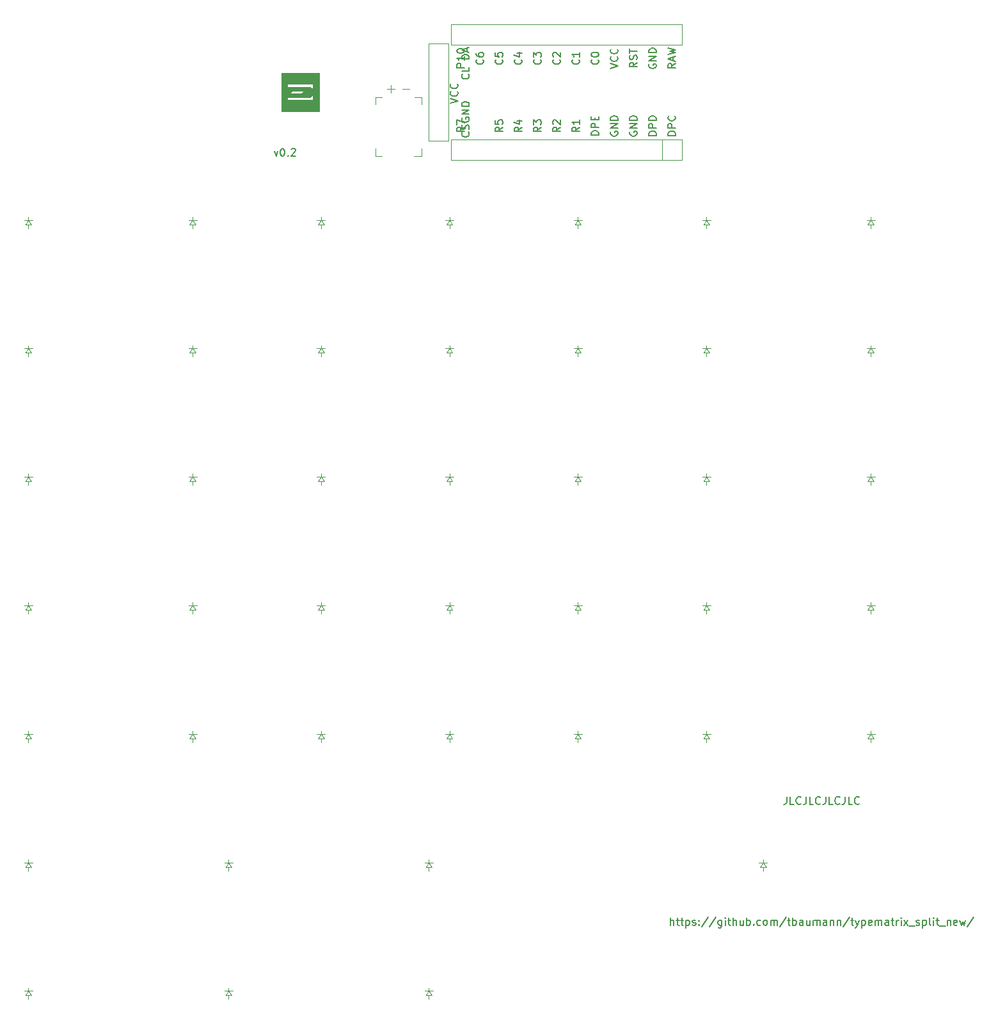
<source format=gto>
G04 #@! TF.GenerationSoftware,KiCad,Pcbnew,8.0.4+1*
G04 #@! TF.CreationDate,2024-10-01T15:26:06+00:00*
G04 #@! TF.ProjectId,left,6c656674-2e6b-4696-9361-645f70636258,v0.2*
G04 #@! TF.SameCoordinates,Original*
G04 #@! TF.FileFunction,Legend,Top*
G04 #@! TF.FilePolarity,Positive*
%FSLAX46Y46*%
G04 Gerber Fmt 4.6, Leading zero omitted, Abs format (unit mm)*
G04 Created by KiCad (PCBNEW 8.0.4+1) date 2024-10-01 15:26:06*
%MOMM*%
%LPD*%
G01*
G04 APERTURE LIST*
%ADD10C,0.150000*%
%ADD11C,0.100000*%
%ADD12C,0.120000*%
%ADD13C,0.010000*%
%ADD14C,1.800000*%
%ADD15O,1.800000X1.800000*%
%ADD16O,1.300000X1.850000*%
%ADD17C,2.000000*%
%ADD18C,3.100000*%
%ADD19C,3.500000*%
%ADD20C,2.100000*%
%ADD21C,1.000000*%
G04 APERTURE END LIST*
D10*
X59801429Y-21038152D02*
X60039524Y-21704819D01*
X60039524Y-21704819D02*
X60277619Y-21038152D01*
X60849048Y-20704819D02*
X60944286Y-20704819D01*
X60944286Y-20704819D02*
X61039524Y-20752438D01*
X61039524Y-20752438D02*
X61087143Y-20800057D01*
X61087143Y-20800057D02*
X61134762Y-20895295D01*
X61134762Y-20895295D02*
X61182381Y-21085771D01*
X61182381Y-21085771D02*
X61182381Y-21323866D01*
X61182381Y-21323866D02*
X61134762Y-21514342D01*
X61134762Y-21514342D02*
X61087143Y-21609580D01*
X61087143Y-21609580D02*
X61039524Y-21657200D01*
X61039524Y-21657200D02*
X60944286Y-21704819D01*
X60944286Y-21704819D02*
X60849048Y-21704819D01*
X60849048Y-21704819D02*
X60753810Y-21657200D01*
X60753810Y-21657200D02*
X60706191Y-21609580D01*
X60706191Y-21609580D02*
X60658572Y-21514342D01*
X60658572Y-21514342D02*
X60610953Y-21323866D01*
X60610953Y-21323866D02*
X60610953Y-21085771D01*
X60610953Y-21085771D02*
X60658572Y-20895295D01*
X60658572Y-20895295D02*
X60706191Y-20800057D01*
X60706191Y-20800057D02*
X60753810Y-20752438D01*
X60753810Y-20752438D02*
X60849048Y-20704819D01*
X61610953Y-21609580D02*
X61658572Y-21657200D01*
X61658572Y-21657200D02*
X61610953Y-21704819D01*
X61610953Y-21704819D02*
X61563334Y-21657200D01*
X61563334Y-21657200D02*
X61610953Y-21609580D01*
X61610953Y-21609580D02*
X61610953Y-21704819D01*
X62039524Y-20800057D02*
X62087143Y-20752438D01*
X62087143Y-20752438D02*
X62182381Y-20704819D01*
X62182381Y-20704819D02*
X62420476Y-20704819D01*
X62420476Y-20704819D02*
X62515714Y-20752438D01*
X62515714Y-20752438D02*
X62563333Y-20800057D01*
X62563333Y-20800057D02*
X62610952Y-20895295D01*
X62610952Y-20895295D02*
X62610952Y-20990533D01*
X62610952Y-20990533D02*
X62563333Y-21133390D01*
X62563333Y-21133390D02*
X61991905Y-21704819D01*
X61991905Y-21704819D02*
X62610952Y-21704819D01*
X112249998Y-123454819D02*
X112249998Y-122454819D01*
X112678569Y-123454819D02*
X112678569Y-122931009D01*
X112678569Y-122931009D02*
X112630950Y-122835771D01*
X112630950Y-122835771D02*
X112535712Y-122788152D01*
X112535712Y-122788152D02*
X112392855Y-122788152D01*
X112392855Y-122788152D02*
X112297617Y-122835771D01*
X112297617Y-122835771D02*
X112249998Y-122883390D01*
X113011903Y-122788152D02*
X113392855Y-122788152D01*
X113154760Y-122454819D02*
X113154760Y-123311961D01*
X113154760Y-123311961D02*
X113202379Y-123407200D01*
X113202379Y-123407200D02*
X113297617Y-123454819D01*
X113297617Y-123454819D02*
X113392855Y-123454819D01*
X113583332Y-122788152D02*
X113964284Y-122788152D01*
X113726189Y-122454819D02*
X113726189Y-123311961D01*
X113726189Y-123311961D02*
X113773808Y-123407200D01*
X113773808Y-123407200D02*
X113869046Y-123454819D01*
X113869046Y-123454819D02*
X113964284Y-123454819D01*
X114297618Y-122788152D02*
X114297618Y-123788152D01*
X114297618Y-122835771D02*
X114392856Y-122788152D01*
X114392856Y-122788152D02*
X114583332Y-122788152D01*
X114583332Y-122788152D02*
X114678570Y-122835771D01*
X114678570Y-122835771D02*
X114726189Y-122883390D01*
X114726189Y-122883390D02*
X114773808Y-122978628D01*
X114773808Y-122978628D02*
X114773808Y-123264342D01*
X114773808Y-123264342D02*
X114726189Y-123359580D01*
X114726189Y-123359580D02*
X114678570Y-123407200D01*
X114678570Y-123407200D02*
X114583332Y-123454819D01*
X114583332Y-123454819D02*
X114392856Y-123454819D01*
X114392856Y-123454819D02*
X114297618Y-123407200D01*
X115154761Y-123407200D02*
X115249999Y-123454819D01*
X115249999Y-123454819D02*
X115440475Y-123454819D01*
X115440475Y-123454819D02*
X115535713Y-123407200D01*
X115535713Y-123407200D02*
X115583332Y-123311961D01*
X115583332Y-123311961D02*
X115583332Y-123264342D01*
X115583332Y-123264342D02*
X115535713Y-123169104D01*
X115535713Y-123169104D02*
X115440475Y-123121485D01*
X115440475Y-123121485D02*
X115297618Y-123121485D01*
X115297618Y-123121485D02*
X115202380Y-123073866D01*
X115202380Y-123073866D02*
X115154761Y-122978628D01*
X115154761Y-122978628D02*
X115154761Y-122931009D01*
X115154761Y-122931009D02*
X115202380Y-122835771D01*
X115202380Y-122835771D02*
X115297618Y-122788152D01*
X115297618Y-122788152D02*
X115440475Y-122788152D01*
X115440475Y-122788152D02*
X115535713Y-122835771D01*
X116011904Y-123359580D02*
X116059523Y-123407200D01*
X116059523Y-123407200D02*
X116011904Y-123454819D01*
X116011904Y-123454819D02*
X115964285Y-123407200D01*
X115964285Y-123407200D02*
X116011904Y-123359580D01*
X116011904Y-123359580D02*
X116011904Y-123454819D01*
X116011904Y-122835771D02*
X116059523Y-122883390D01*
X116059523Y-122883390D02*
X116011904Y-122931009D01*
X116011904Y-122931009D02*
X115964285Y-122883390D01*
X115964285Y-122883390D02*
X116011904Y-122835771D01*
X116011904Y-122835771D02*
X116011904Y-122931009D01*
X117202379Y-122407200D02*
X116345237Y-123692914D01*
X118249998Y-122407200D02*
X117392856Y-123692914D01*
X119011903Y-122788152D02*
X119011903Y-123597676D01*
X119011903Y-123597676D02*
X118964284Y-123692914D01*
X118964284Y-123692914D02*
X118916665Y-123740533D01*
X118916665Y-123740533D02*
X118821427Y-123788152D01*
X118821427Y-123788152D02*
X118678570Y-123788152D01*
X118678570Y-123788152D02*
X118583332Y-123740533D01*
X119011903Y-123407200D02*
X118916665Y-123454819D01*
X118916665Y-123454819D02*
X118726189Y-123454819D01*
X118726189Y-123454819D02*
X118630951Y-123407200D01*
X118630951Y-123407200D02*
X118583332Y-123359580D01*
X118583332Y-123359580D02*
X118535713Y-123264342D01*
X118535713Y-123264342D02*
X118535713Y-122978628D01*
X118535713Y-122978628D02*
X118583332Y-122883390D01*
X118583332Y-122883390D02*
X118630951Y-122835771D01*
X118630951Y-122835771D02*
X118726189Y-122788152D01*
X118726189Y-122788152D02*
X118916665Y-122788152D01*
X118916665Y-122788152D02*
X119011903Y-122835771D01*
X119488094Y-123454819D02*
X119488094Y-122788152D01*
X119488094Y-122454819D02*
X119440475Y-122502438D01*
X119440475Y-122502438D02*
X119488094Y-122550057D01*
X119488094Y-122550057D02*
X119535713Y-122502438D01*
X119535713Y-122502438D02*
X119488094Y-122454819D01*
X119488094Y-122454819D02*
X119488094Y-122550057D01*
X119821427Y-122788152D02*
X120202379Y-122788152D01*
X119964284Y-122454819D02*
X119964284Y-123311961D01*
X119964284Y-123311961D02*
X120011903Y-123407200D01*
X120011903Y-123407200D02*
X120107141Y-123454819D01*
X120107141Y-123454819D02*
X120202379Y-123454819D01*
X120535713Y-123454819D02*
X120535713Y-122454819D01*
X120964284Y-123454819D02*
X120964284Y-122931009D01*
X120964284Y-122931009D02*
X120916665Y-122835771D01*
X120916665Y-122835771D02*
X120821427Y-122788152D01*
X120821427Y-122788152D02*
X120678570Y-122788152D01*
X120678570Y-122788152D02*
X120583332Y-122835771D01*
X120583332Y-122835771D02*
X120535713Y-122883390D01*
X121869046Y-122788152D02*
X121869046Y-123454819D01*
X121440475Y-122788152D02*
X121440475Y-123311961D01*
X121440475Y-123311961D02*
X121488094Y-123407200D01*
X121488094Y-123407200D02*
X121583332Y-123454819D01*
X121583332Y-123454819D02*
X121726189Y-123454819D01*
X121726189Y-123454819D02*
X121821427Y-123407200D01*
X121821427Y-123407200D02*
X121869046Y-123359580D01*
X122345237Y-123454819D02*
X122345237Y-122454819D01*
X122345237Y-122835771D02*
X122440475Y-122788152D01*
X122440475Y-122788152D02*
X122630951Y-122788152D01*
X122630951Y-122788152D02*
X122726189Y-122835771D01*
X122726189Y-122835771D02*
X122773808Y-122883390D01*
X122773808Y-122883390D02*
X122821427Y-122978628D01*
X122821427Y-122978628D02*
X122821427Y-123264342D01*
X122821427Y-123264342D02*
X122773808Y-123359580D01*
X122773808Y-123359580D02*
X122726189Y-123407200D01*
X122726189Y-123407200D02*
X122630951Y-123454819D01*
X122630951Y-123454819D02*
X122440475Y-123454819D01*
X122440475Y-123454819D02*
X122345237Y-123407200D01*
X123249999Y-123359580D02*
X123297618Y-123407200D01*
X123297618Y-123407200D02*
X123249999Y-123454819D01*
X123249999Y-123454819D02*
X123202380Y-123407200D01*
X123202380Y-123407200D02*
X123249999Y-123359580D01*
X123249999Y-123359580D02*
X123249999Y-123454819D01*
X124154760Y-123407200D02*
X124059522Y-123454819D01*
X124059522Y-123454819D02*
X123869046Y-123454819D01*
X123869046Y-123454819D02*
X123773808Y-123407200D01*
X123773808Y-123407200D02*
X123726189Y-123359580D01*
X123726189Y-123359580D02*
X123678570Y-123264342D01*
X123678570Y-123264342D02*
X123678570Y-122978628D01*
X123678570Y-122978628D02*
X123726189Y-122883390D01*
X123726189Y-122883390D02*
X123773808Y-122835771D01*
X123773808Y-122835771D02*
X123869046Y-122788152D01*
X123869046Y-122788152D02*
X124059522Y-122788152D01*
X124059522Y-122788152D02*
X124154760Y-122835771D01*
X124726189Y-123454819D02*
X124630951Y-123407200D01*
X124630951Y-123407200D02*
X124583332Y-123359580D01*
X124583332Y-123359580D02*
X124535713Y-123264342D01*
X124535713Y-123264342D02*
X124535713Y-122978628D01*
X124535713Y-122978628D02*
X124583332Y-122883390D01*
X124583332Y-122883390D02*
X124630951Y-122835771D01*
X124630951Y-122835771D02*
X124726189Y-122788152D01*
X124726189Y-122788152D02*
X124869046Y-122788152D01*
X124869046Y-122788152D02*
X124964284Y-122835771D01*
X124964284Y-122835771D02*
X125011903Y-122883390D01*
X125011903Y-122883390D02*
X125059522Y-122978628D01*
X125059522Y-122978628D02*
X125059522Y-123264342D01*
X125059522Y-123264342D02*
X125011903Y-123359580D01*
X125011903Y-123359580D02*
X124964284Y-123407200D01*
X124964284Y-123407200D02*
X124869046Y-123454819D01*
X124869046Y-123454819D02*
X124726189Y-123454819D01*
X125488094Y-123454819D02*
X125488094Y-122788152D01*
X125488094Y-122883390D02*
X125535713Y-122835771D01*
X125535713Y-122835771D02*
X125630951Y-122788152D01*
X125630951Y-122788152D02*
X125773808Y-122788152D01*
X125773808Y-122788152D02*
X125869046Y-122835771D01*
X125869046Y-122835771D02*
X125916665Y-122931009D01*
X125916665Y-122931009D02*
X125916665Y-123454819D01*
X125916665Y-122931009D02*
X125964284Y-122835771D01*
X125964284Y-122835771D02*
X126059522Y-122788152D01*
X126059522Y-122788152D02*
X126202379Y-122788152D01*
X126202379Y-122788152D02*
X126297618Y-122835771D01*
X126297618Y-122835771D02*
X126345237Y-122931009D01*
X126345237Y-122931009D02*
X126345237Y-123454819D01*
X127535712Y-122407200D02*
X126678570Y-123692914D01*
X127726189Y-122788152D02*
X128107141Y-122788152D01*
X127869046Y-122454819D02*
X127869046Y-123311961D01*
X127869046Y-123311961D02*
X127916665Y-123407200D01*
X127916665Y-123407200D02*
X128011903Y-123454819D01*
X128011903Y-123454819D02*
X128107141Y-123454819D01*
X128440475Y-123454819D02*
X128440475Y-122454819D01*
X128440475Y-122835771D02*
X128535713Y-122788152D01*
X128535713Y-122788152D02*
X128726189Y-122788152D01*
X128726189Y-122788152D02*
X128821427Y-122835771D01*
X128821427Y-122835771D02*
X128869046Y-122883390D01*
X128869046Y-122883390D02*
X128916665Y-122978628D01*
X128916665Y-122978628D02*
X128916665Y-123264342D01*
X128916665Y-123264342D02*
X128869046Y-123359580D01*
X128869046Y-123359580D02*
X128821427Y-123407200D01*
X128821427Y-123407200D02*
X128726189Y-123454819D01*
X128726189Y-123454819D02*
X128535713Y-123454819D01*
X128535713Y-123454819D02*
X128440475Y-123407200D01*
X129773808Y-123454819D02*
X129773808Y-122931009D01*
X129773808Y-122931009D02*
X129726189Y-122835771D01*
X129726189Y-122835771D02*
X129630951Y-122788152D01*
X129630951Y-122788152D02*
X129440475Y-122788152D01*
X129440475Y-122788152D02*
X129345237Y-122835771D01*
X129773808Y-123407200D02*
X129678570Y-123454819D01*
X129678570Y-123454819D02*
X129440475Y-123454819D01*
X129440475Y-123454819D02*
X129345237Y-123407200D01*
X129345237Y-123407200D02*
X129297618Y-123311961D01*
X129297618Y-123311961D02*
X129297618Y-123216723D01*
X129297618Y-123216723D02*
X129345237Y-123121485D01*
X129345237Y-123121485D02*
X129440475Y-123073866D01*
X129440475Y-123073866D02*
X129678570Y-123073866D01*
X129678570Y-123073866D02*
X129773808Y-123026247D01*
X130678570Y-122788152D02*
X130678570Y-123454819D01*
X130249999Y-122788152D02*
X130249999Y-123311961D01*
X130249999Y-123311961D02*
X130297618Y-123407200D01*
X130297618Y-123407200D02*
X130392856Y-123454819D01*
X130392856Y-123454819D02*
X130535713Y-123454819D01*
X130535713Y-123454819D02*
X130630951Y-123407200D01*
X130630951Y-123407200D02*
X130678570Y-123359580D01*
X131154761Y-123454819D02*
X131154761Y-122788152D01*
X131154761Y-122883390D02*
X131202380Y-122835771D01*
X131202380Y-122835771D02*
X131297618Y-122788152D01*
X131297618Y-122788152D02*
X131440475Y-122788152D01*
X131440475Y-122788152D02*
X131535713Y-122835771D01*
X131535713Y-122835771D02*
X131583332Y-122931009D01*
X131583332Y-122931009D02*
X131583332Y-123454819D01*
X131583332Y-122931009D02*
X131630951Y-122835771D01*
X131630951Y-122835771D02*
X131726189Y-122788152D01*
X131726189Y-122788152D02*
X131869046Y-122788152D01*
X131869046Y-122788152D02*
X131964285Y-122835771D01*
X131964285Y-122835771D02*
X132011904Y-122931009D01*
X132011904Y-122931009D02*
X132011904Y-123454819D01*
X132916665Y-123454819D02*
X132916665Y-122931009D01*
X132916665Y-122931009D02*
X132869046Y-122835771D01*
X132869046Y-122835771D02*
X132773808Y-122788152D01*
X132773808Y-122788152D02*
X132583332Y-122788152D01*
X132583332Y-122788152D02*
X132488094Y-122835771D01*
X132916665Y-123407200D02*
X132821427Y-123454819D01*
X132821427Y-123454819D02*
X132583332Y-123454819D01*
X132583332Y-123454819D02*
X132488094Y-123407200D01*
X132488094Y-123407200D02*
X132440475Y-123311961D01*
X132440475Y-123311961D02*
X132440475Y-123216723D01*
X132440475Y-123216723D02*
X132488094Y-123121485D01*
X132488094Y-123121485D02*
X132583332Y-123073866D01*
X132583332Y-123073866D02*
X132821427Y-123073866D01*
X132821427Y-123073866D02*
X132916665Y-123026247D01*
X133392856Y-122788152D02*
X133392856Y-123454819D01*
X133392856Y-122883390D02*
X133440475Y-122835771D01*
X133440475Y-122835771D02*
X133535713Y-122788152D01*
X133535713Y-122788152D02*
X133678570Y-122788152D01*
X133678570Y-122788152D02*
X133773808Y-122835771D01*
X133773808Y-122835771D02*
X133821427Y-122931009D01*
X133821427Y-122931009D02*
X133821427Y-123454819D01*
X134297618Y-122788152D02*
X134297618Y-123454819D01*
X134297618Y-122883390D02*
X134345237Y-122835771D01*
X134345237Y-122835771D02*
X134440475Y-122788152D01*
X134440475Y-122788152D02*
X134583332Y-122788152D01*
X134583332Y-122788152D02*
X134678570Y-122835771D01*
X134678570Y-122835771D02*
X134726189Y-122931009D01*
X134726189Y-122931009D02*
X134726189Y-123454819D01*
X135916665Y-122407200D02*
X135059523Y-123692914D01*
X136107142Y-122788152D02*
X136488094Y-122788152D01*
X136249999Y-122454819D02*
X136249999Y-123311961D01*
X136249999Y-123311961D02*
X136297618Y-123407200D01*
X136297618Y-123407200D02*
X136392856Y-123454819D01*
X136392856Y-123454819D02*
X136488094Y-123454819D01*
X136726190Y-122788152D02*
X136964285Y-123454819D01*
X137202380Y-122788152D02*
X136964285Y-123454819D01*
X136964285Y-123454819D02*
X136869047Y-123692914D01*
X136869047Y-123692914D02*
X136821428Y-123740533D01*
X136821428Y-123740533D02*
X136726190Y-123788152D01*
X137583333Y-122788152D02*
X137583333Y-123788152D01*
X137583333Y-122835771D02*
X137678571Y-122788152D01*
X137678571Y-122788152D02*
X137869047Y-122788152D01*
X137869047Y-122788152D02*
X137964285Y-122835771D01*
X137964285Y-122835771D02*
X138011904Y-122883390D01*
X138011904Y-122883390D02*
X138059523Y-122978628D01*
X138059523Y-122978628D02*
X138059523Y-123264342D01*
X138059523Y-123264342D02*
X138011904Y-123359580D01*
X138011904Y-123359580D02*
X137964285Y-123407200D01*
X137964285Y-123407200D02*
X137869047Y-123454819D01*
X137869047Y-123454819D02*
X137678571Y-123454819D01*
X137678571Y-123454819D02*
X137583333Y-123407200D01*
X138869047Y-123407200D02*
X138773809Y-123454819D01*
X138773809Y-123454819D02*
X138583333Y-123454819D01*
X138583333Y-123454819D02*
X138488095Y-123407200D01*
X138488095Y-123407200D02*
X138440476Y-123311961D01*
X138440476Y-123311961D02*
X138440476Y-122931009D01*
X138440476Y-122931009D02*
X138488095Y-122835771D01*
X138488095Y-122835771D02*
X138583333Y-122788152D01*
X138583333Y-122788152D02*
X138773809Y-122788152D01*
X138773809Y-122788152D02*
X138869047Y-122835771D01*
X138869047Y-122835771D02*
X138916666Y-122931009D01*
X138916666Y-122931009D02*
X138916666Y-123026247D01*
X138916666Y-123026247D02*
X138440476Y-123121485D01*
X139345238Y-123454819D02*
X139345238Y-122788152D01*
X139345238Y-122883390D02*
X139392857Y-122835771D01*
X139392857Y-122835771D02*
X139488095Y-122788152D01*
X139488095Y-122788152D02*
X139630952Y-122788152D01*
X139630952Y-122788152D02*
X139726190Y-122835771D01*
X139726190Y-122835771D02*
X139773809Y-122931009D01*
X139773809Y-122931009D02*
X139773809Y-123454819D01*
X139773809Y-122931009D02*
X139821428Y-122835771D01*
X139821428Y-122835771D02*
X139916666Y-122788152D01*
X139916666Y-122788152D02*
X140059523Y-122788152D01*
X140059523Y-122788152D02*
X140154762Y-122835771D01*
X140154762Y-122835771D02*
X140202381Y-122931009D01*
X140202381Y-122931009D02*
X140202381Y-123454819D01*
X141107142Y-123454819D02*
X141107142Y-122931009D01*
X141107142Y-122931009D02*
X141059523Y-122835771D01*
X141059523Y-122835771D02*
X140964285Y-122788152D01*
X140964285Y-122788152D02*
X140773809Y-122788152D01*
X140773809Y-122788152D02*
X140678571Y-122835771D01*
X141107142Y-123407200D02*
X141011904Y-123454819D01*
X141011904Y-123454819D02*
X140773809Y-123454819D01*
X140773809Y-123454819D02*
X140678571Y-123407200D01*
X140678571Y-123407200D02*
X140630952Y-123311961D01*
X140630952Y-123311961D02*
X140630952Y-123216723D01*
X140630952Y-123216723D02*
X140678571Y-123121485D01*
X140678571Y-123121485D02*
X140773809Y-123073866D01*
X140773809Y-123073866D02*
X141011904Y-123073866D01*
X141011904Y-123073866D02*
X141107142Y-123026247D01*
X141440476Y-122788152D02*
X141821428Y-122788152D01*
X141583333Y-122454819D02*
X141583333Y-123311961D01*
X141583333Y-123311961D02*
X141630952Y-123407200D01*
X141630952Y-123407200D02*
X141726190Y-123454819D01*
X141726190Y-123454819D02*
X141821428Y-123454819D01*
X142154762Y-123454819D02*
X142154762Y-122788152D01*
X142154762Y-122978628D02*
X142202381Y-122883390D01*
X142202381Y-122883390D02*
X142250000Y-122835771D01*
X142250000Y-122835771D02*
X142345238Y-122788152D01*
X142345238Y-122788152D02*
X142440476Y-122788152D01*
X142773810Y-123454819D02*
X142773810Y-122788152D01*
X142773810Y-122454819D02*
X142726191Y-122502438D01*
X142726191Y-122502438D02*
X142773810Y-122550057D01*
X142773810Y-122550057D02*
X142821429Y-122502438D01*
X142821429Y-122502438D02*
X142773810Y-122454819D01*
X142773810Y-122454819D02*
X142773810Y-122550057D01*
X143154762Y-123454819D02*
X143678571Y-122788152D01*
X143154762Y-122788152D02*
X143678571Y-123454819D01*
X143821429Y-123550057D02*
X144583333Y-123550057D01*
X144773810Y-123407200D02*
X144869048Y-123454819D01*
X144869048Y-123454819D02*
X145059524Y-123454819D01*
X145059524Y-123454819D02*
X145154762Y-123407200D01*
X145154762Y-123407200D02*
X145202381Y-123311961D01*
X145202381Y-123311961D02*
X145202381Y-123264342D01*
X145202381Y-123264342D02*
X145154762Y-123169104D01*
X145154762Y-123169104D02*
X145059524Y-123121485D01*
X145059524Y-123121485D02*
X144916667Y-123121485D01*
X144916667Y-123121485D02*
X144821429Y-123073866D01*
X144821429Y-123073866D02*
X144773810Y-122978628D01*
X144773810Y-122978628D02*
X144773810Y-122931009D01*
X144773810Y-122931009D02*
X144821429Y-122835771D01*
X144821429Y-122835771D02*
X144916667Y-122788152D01*
X144916667Y-122788152D02*
X145059524Y-122788152D01*
X145059524Y-122788152D02*
X145154762Y-122835771D01*
X145630953Y-122788152D02*
X145630953Y-123788152D01*
X145630953Y-122835771D02*
X145726191Y-122788152D01*
X145726191Y-122788152D02*
X145916667Y-122788152D01*
X145916667Y-122788152D02*
X146011905Y-122835771D01*
X146011905Y-122835771D02*
X146059524Y-122883390D01*
X146059524Y-122883390D02*
X146107143Y-122978628D01*
X146107143Y-122978628D02*
X146107143Y-123264342D01*
X146107143Y-123264342D02*
X146059524Y-123359580D01*
X146059524Y-123359580D02*
X146011905Y-123407200D01*
X146011905Y-123407200D02*
X145916667Y-123454819D01*
X145916667Y-123454819D02*
X145726191Y-123454819D01*
X145726191Y-123454819D02*
X145630953Y-123407200D01*
X146678572Y-123454819D02*
X146583334Y-123407200D01*
X146583334Y-123407200D02*
X146535715Y-123311961D01*
X146535715Y-123311961D02*
X146535715Y-122454819D01*
X147059525Y-123454819D02*
X147059525Y-122788152D01*
X147059525Y-122454819D02*
X147011906Y-122502438D01*
X147011906Y-122502438D02*
X147059525Y-122550057D01*
X147059525Y-122550057D02*
X147107144Y-122502438D01*
X147107144Y-122502438D02*
X147059525Y-122454819D01*
X147059525Y-122454819D02*
X147059525Y-122550057D01*
X147392858Y-122788152D02*
X147773810Y-122788152D01*
X147535715Y-122454819D02*
X147535715Y-123311961D01*
X147535715Y-123311961D02*
X147583334Y-123407200D01*
X147583334Y-123407200D02*
X147678572Y-123454819D01*
X147678572Y-123454819D02*
X147773810Y-123454819D01*
X147869049Y-123550057D02*
X148630953Y-123550057D01*
X148869049Y-122788152D02*
X148869049Y-123454819D01*
X148869049Y-122883390D02*
X148916668Y-122835771D01*
X148916668Y-122835771D02*
X149011906Y-122788152D01*
X149011906Y-122788152D02*
X149154763Y-122788152D01*
X149154763Y-122788152D02*
X149250001Y-122835771D01*
X149250001Y-122835771D02*
X149297620Y-122931009D01*
X149297620Y-122931009D02*
X149297620Y-123454819D01*
X150154763Y-123407200D02*
X150059525Y-123454819D01*
X150059525Y-123454819D02*
X149869049Y-123454819D01*
X149869049Y-123454819D02*
X149773811Y-123407200D01*
X149773811Y-123407200D02*
X149726192Y-123311961D01*
X149726192Y-123311961D02*
X149726192Y-122931009D01*
X149726192Y-122931009D02*
X149773811Y-122835771D01*
X149773811Y-122835771D02*
X149869049Y-122788152D01*
X149869049Y-122788152D02*
X150059525Y-122788152D01*
X150059525Y-122788152D02*
X150154763Y-122835771D01*
X150154763Y-122835771D02*
X150202382Y-122931009D01*
X150202382Y-122931009D02*
X150202382Y-123026247D01*
X150202382Y-123026247D02*
X149726192Y-123121485D01*
X150535716Y-122788152D02*
X150726192Y-123454819D01*
X150726192Y-123454819D02*
X150916668Y-122978628D01*
X150916668Y-122978628D02*
X151107144Y-123454819D01*
X151107144Y-123454819D02*
X151297620Y-122788152D01*
X152392858Y-122407200D02*
X151535716Y-123692914D01*
X127630951Y-106454819D02*
X127630951Y-107169104D01*
X127630951Y-107169104D02*
X127583332Y-107311961D01*
X127583332Y-107311961D02*
X127488094Y-107407200D01*
X127488094Y-107407200D02*
X127345237Y-107454819D01*
X127345237Y-107454819D02*
X127249999Y-107454819D01*
X128583332Y-107454819D02*
X128107142Y-107454819D01*
X128107142Y-107454819D02*
X128107142Y-106454819D01*
X129488094Y-107359580D02*
X129440475Y-107407200D01*
X129440475Y-107407200D02*
X129297618Y-107454819D01*
X129297618Y-107454819D02*
X129202380Y-107454819D01*
X129202380Y-107454819D02*
X129059523Y-107407200D01*
X129059523Y-107407200D02*
X128964285Y-107311961D01*
X128964285Y-107311961D02*
X128916666Y-107216723D01*
X128916666Y-107216723D02*
X128869047Y-107026247D01*
X128869047Y-107026247D02*
X128869047Y-106883390D01*
X128869047Y-106883390D02*
X128916666Y-106692914D01*
X128916666Y-106692914D02*
X128964285Y-106597676D01*
X128964285Y-106597676D02*
X129059523Y-106502438D01*
X129059523Y-106502438D02*
X129202380Y-106454819D01*
X129202380Y-106454819D02*
X129297618Y-106454819D01*
X129297618Y-106454819D02*
X129440475Y-106502438D01*
X129440475Y-106502438D02*
X129488094Y-106550057D01*
X130202380Y-106454819D02*
X130202380Y-107169104D01*
X130202380Y-107169104D02*
X130154761Y-107311961D01*
X130154761Y-107311961D02*
X130059523Y-107407200D01*
X130059523Y-107407200D02*
X129916666Y-107454819D01*
X129916666Y-107454819D02*
X129821428Y-107454819D01*
X131154761Y-107454819D02*
X130678571Y-107454819D01*
X130678571Y-107454819D02*
X130678571Y-106454819D01*
X132059523Y-107359580D02*
X132011904Y-107407200D01*
X132011904Y-107407200D02*
X131869047Y-107454819D01*
X131869047Y-107454819D02*
X131773809Y-107454819D01*
X131773809Y-107454819D02*
X131630952Y-107407200D01*
X131630952Y-107407200D02*
X131535714Y-107311961D01*
X131535714Y-107311961D02*
X131488095Y-107216723D01*
X131488095Y-107216723D02*
X131440476Y-107026247D01*
X131440476Y-107026247D02*
X131440476Y-106883390D01*
X131440476Y-106883390D02*
X131488095Y-106692914D01*
X131488095Y-106692914D02*
X131535714Y-106597676D01*
X131535714Y-106597676D02*
X131630952Y-106502438D01*
X131630952Y-106502438D02*
X131773809Y-106454819D01*
X131773809Y-106454819D02*
X131869047Y-106454819D01*
X131869047Y-106454819D02*
X132011904Y-106502438D01*
X132011904Y-106502438D02*
X132059523Y-106550057D01*
X132773809Y-106454819D02*
X132773809Y-107169104D01*
X132773809Y-107169104D02*
X132726190Y-107311961D01*
X132726190Y-107311961D02*
X132630952Y-107407200D01*
X132630952Y-107407200D02*
X132488095Y-107454819D01*
X132488095Y-107454819D02*
X132392857Y-107454819D01*
X133726190Y-107454819D02*
X133250000Y-107454819D01*
X133250000Y-107454819D02*
X133250000Y-106454819D01*
X134630952Y-107359580D02*
X134583333Y-107407200D01*
X134583333Y-107407200D02*
X134440476Y-107454819D01*
X134440476Y-107454819D02*
X134345238Y-107454819D01*
X134345238Y-107454819D02*
X134202381Y-107407200D01*
X134202381Y-107407200D02*
X134107143Y-107311961D01*
X134107143Y-107311961D02*
X134059524Y-107216723D01*
X134059524Y-107216723D02*
X134011905Y-107026247D01*
X134011905Y-107026247D02*
X134011905Y-106883390D01*
X134011905Y-106883390D02*
X134059524Y-106692914D01*
X134059524Y-106692914D02*
X134107143Y-106597676D01*
X134107143Y-106597676D02*
X134202381Y-106502438D01*
X134202381Y-106502438D02*
X134345238Y-106454819D01*
X134345238Y-106454819D02*
X134440476Y-106454819D01*
X134440476Y-106454819D02*
X134583333Y-106502438D01*
X134583333Y-106502438D02*
X134630952Y-106550057D01*
X135345238Y-106454819D02*
X135345238Y-107169104D01*
X135345238Y-107169104D02*
X135297619Y-107311961D01*
X135297619Y-107311961D02*
X135202381Y-107407200D01*
X135202381Y-107407200D02*
X135059524Y-107454819D01*
X135059524Y-107454819D02*
X134964286Y-107454819D01*
X136297619Y-107454819D02*
X135821429Y-107454819D01*
X135821429Y-107454819D02*
X135821429Y-106454819D01*
X137202381Y-107359580D02*
X137154762Y-107407200D01*
X137154762Y-107407200D02*
X137011905Y-107454819D01*
X137011905Y-107454819D02*
X136916667Y-107454819D01*
X136916667Y-107454819D02*
X136773810Y-107407200D01*
X136773810Y-107407200D02*
X136678572Y-107311961D01*
X136678572Y-107311961D02*
X136630953Y-107216723D01*
X136630953Y-107216723D02*
X136583334Y-107026247D01*
X136583334Y-107026247D02*
X136583334Y-106883390D01*
X136583334Y-106883390D02*
X136630953Y-106692914D01*
X136630953Y-106692914D02*
X136678572Y-106597676D01*
X136678572Y-106597676D02*
X136773810Y-106502438D01*
X136773810Y-106502438D02*
X136916667Y-106454819D01*
X136916667Y-106454819D02*
X137011905Y-106454819D01*
X137011905Y-106454819D02*
X137154762Y-106502438D01*
X137154762Y-106502438D02*
X137202381Y-106550057D01*
X102639580Y-8946666D02*
X102687200Y-8994285D01*
X102687200Y-8994285D02*
X102734819Y-9137142D01*
X102734819Y-9137142D02*
X102734819Y-9232380D01*
X102734819Y-9232380D02*
X102687200Y-9375237D01*
X102687200Y-9375237D02*
X102591961Y-9470475D01*
X102591961Y-9470475D02*
X102496723Y-9518094D01*
X102496723Y-9518094D02*
X102306247Y-9565713D01*
X102306247Y-9565713D02*
X102163390Y-9565713D01*
X102163390Y-9565713D02*
X101972914Y-9518094D01*
X101972914Y-9518094D02*
X101877676Y-9470475D01*
X101877676Y-9470475D02*
X101782438Y-9375237D01*
X101782438Y-9375237D02*
X101734819Y-9232380D01*
X101734819Y-9232380D02*
X101734819Y-9137142D01*
X101734819Y-9137142D02*
X101782438Y-8994285D01*
X101782438Y-8994285D02*
X101830057Y-8946666D01*
X101734819Y-8327618D02*
X101734819Y-8232380D01*
X101734819Y-8232380D02*
X101782438Y-8137142D01*
X101782438Y-8137142D02*
X101830057Y-8089523D01*
X101830057Y-8089523D02*
X101925295Y-8041904D01*
X101925295Y-8041904D02*
X102115771Y-7994285D01*
X102115771Y-7994285D02*
X102353866Y-7994285D01*
X102353866Y-7994285D02*
X102544342Y-8041904D01*
X102544342Y-8041904D02*
X102639580Y-8089523D01*
X102639580Y-8089523D02*
X102687200Y-8137142D01*
X102687200Y-8137142D02*
X102734819Y-8232380D01*
X102734819Y-8232380D02*
X102734819Y-8327618D01*
X102734819Y-8327618D02*
X102687200Y-8422856D01*
X102687200Y-8422856D02*
X102639580Y-8470475D01*
X102639580Y-8470475D02*
X102544342Y-8518094D01*
X102544342Y-8518094D02*
X102353866Y-8565713D01*
X102353866Y-8565713D02*
X102115771Y-8565713D01*
X102115771Y-8565713D02*
X101925295Y-8518094D01*
X101925295Y-8518094D02*
X101830057Y-8470475D01*
X101830057Y-8470475D02*
X101782438Y-8422856D01*
X101782438Y-8422856D02*
X101734819Y-8327618D01*
X107814819Y-9327619D02*
X107338628Y-9660952D01*
X107814819Y-9899047D02*
X106814819Y-9899047D01*
X106814819Y-9899047D02*
X106814819Y-9518095D01*
X106814819Y-9518095D02*
X106862438Y-9422857D01*
X106862438Y-9422857D02*
X106910057Y-9375238D01*
X106910057Y-9375238D02*
X107005295Y-9327619D01*
X107005295Y-9327619D02*
X107148152Y-9327619D01*
X107148152Y-9327619D02*
X107243390Y-9375238D01*
X107243390Y-9375238D02*
X107291009Y-9422857D01*
X107291009Y-9422857D02*
X107338628Y-9518095D01*
X107338628Y-9518095D02*
X107338628Y-9899047D01*
X107767200Y-8946666D02*
X107814819Y-8803809D01*
X107814819Y-8803809D02*
X107814819Y-8565714D01*
X107814819Y-8565714D02*
X107767200Y-8470476D01*
X107767200Y-8470476D02*
X107719580Y-8422857D01*
X107719580Y-8422857D02*
X107624342Y-8375238D01*
X107624342Y-8375238D02*
X107529104Y-8375238D01*
X107529104Y-8375238D02*
X107433866Y-8422857D01*
X107433866Y-8422857D02*
X107386247Y-8470476D01*
X107386247Y-8470476D02*
X107338628Y-8565714D01*
X107338628Y-8565714D02*
X107291009Y-8756190D01*
X107291009Y-8756190D02*
X107243390Y-8851428D01*
X107243390Y-8851428D02*
X107195771Y-8899047D01*
X107195771Y-8899047D02*
X107100533Y-8946666D01*
X107100533Y-8946666D02*
X107005295Y-8946666D01*
X107005295Y-8946666D02*
X106910057Y-8899047D01*
X106910057Y-8899047D02*
X106862438Y-8851428D01*
X106862438Y-8851428D02*
X106814819Y-8756190D01*
X106814819Y-8756190D02*
X106814819Y-8518095D01*
X106814819Y-8518095D02*
X106862438Y-8375238D01*
X106814819Y-8089523D02*
X106814819Y-7518095D01*
X107814819Y-7803809D02*
X106814819Y-7803809D01*
X97559580Y-8946666D02*
X97607200Y-8994285D01*
X97607200Y-8994285D02*
X97654819Y-9137142D01*
X97654819Y-9137142D02*
X97654819Y-9232380D01*
X97654819Y-9232380D02*
X97607200Y-9375237D01*
X97607200Y-9375237D02*
X97511961Y-9470475D01*
X97511961Y-9470475D02*
X97416723Y-9518094D01*
X97416723Y-9518094D02*
X97226247Y-9565713D01*
X97226247Y-9565713D02*
X97083390Y-9565713D01*
X97083390Y-9565713D02*
X96892914Y-9518094D01*
X96892914Y-9518094D02*
X96797676Y-9470475D01*
X96797676Y-9470475D02*
X96702438Y-9375237D01*
X96702438Y-9375237D02*
X96654819Y-9232380D01*
X96654819Y-9232380D02*
X96654819Y-9137142D01*
X96654819Y-9137142D02*
X96702438Y-8994285D01*
X96702438Y-8994285D02*
X96750057Y-8946666D01*
X96750057Y-8565713D02*
X96702438Y-8518094D01*
X96702438Y-8518094D02*
X96654819Y-8422856D01*
X96654819Y-8422856D02*
X96654819Y-8184761D01*
X96654819Y-8184761D02*
X96702438Y-8089523D01*
X96702438Y-8089523D02*
X96750057Y-8041904D01*
X96750057Y-8041904D02*
X96845295Y-7994285D01*
X96845295Y-7994285D02*
X96940533Y-7994285D01*
X96940533Y-7994285D02*
X97083390Y-8041904D01*
X97083390Y-8041904D02*
X97654819Y-8613332D01*
X97654819Y-8613332D02*
X97654819Y-7994285D01*
X92574819Y-17886666D02*
X92098628Y-18219999D01*
X92574819Y-18458094D02*
X91574819Y-18458094D01*
X91574819Y-18458094D02*
X91574819Y-18077142D01*
X91574819Y-18077142D02*
X91622438Y-17981904D01*
X91622438Y-17981904D02*
X91670057Y-17934285D01*
X91670057Y-17934285D02*
X91765295Y-17886666D01*
X91765295Y-17886666D02*
X91908152Y-17886666D01*
X91908152Y-17886666D02*
X92003390Y-17934285D01*
X92003390Y-17934285D02*
X92051009Y-17981904D01*
X92051009Y-17981904D02*
X92098628Y-18077142D01*
X92098628Y-18077142D02*
X92098628Y-18458094D01*
X91908152Y-17029523D02*
X92574819Y-17029523D01*
X91527200Y-17267618D02*
X92241485Y-17505713D01*
X92241485Y-17505713D02*
X92241485Y-16886666D01*
X112894819Y-9470476D02*
X112418628Y-9803809D01*
X112894819Y-10041904D02*
X111894819Y-10041904D01*
X111894819Y-10041904D02*
X111894819Y-9660952D01*
X111894819Y-9660952D02*
X111942438Y-9565714D01*
X111942438Y-9565714D02*
X111990057Y-9518095D01*
X111990057Y-9518095D02*
X112085295Y-9470476D01*
X112085295Y-9470476D02*
X112228152Y-9470476D01*
X112228152Y-9470476D02*
X112323390Y-9518095D01*
X112323390Y-9518095D02*
X112371009Y-9565714D01*
X112371009Y-9565714D02*
X112418628Y-9660952D01*
X112418628Y-9660952D02*
X112418628Y-10041904D01*
X112609104Y-9089523D02*
X112609104Y-8613333D01*
X112894819Y-9184761D02*
X111894819Y-8851428D01*
X111894819Y-8851428D02*
X112894819Y-8518095D01*
X111894819Y-8279999D02*
X112894819Y-8041904D01*
X112894819Y-8041904D02*
X112180533Y-7851428D01*
X112180533Y-7851428D02*
X112894819Y-7660952D01*
X112894819Y-7660952D02*
X111894819Y-7422857D01*
X100099580Y-8946666D02*
X100147200Y-8994285D01*
X100147200Y-8994285D02*
X100194819Y-9137142D01*
X100194819Y-9137142D02*
X100194819Y-9232380D01*
X100194819Y-9232380D02*
X100147200Y-9375237D01*
X100147200Y-9375237D02*
X100051961Y-9470475D01*
X100051961Y-9470475D02*
X99956723Y-9518094D01*
X99956723Y-9518094D02*
X99766247Y-9565713D01*
X99766247Y-9565713D02*
X99623390Y-9565713D01*
X99623390Y-9565713D02*
X99432914Y-9518094D01*
X99432914Y-9518094D02*
X99337676Y-9470475D01*
X99337676Y-9470475D02*
X99242438Y-9375237D01*
X99242438Y-9375237D02*
X99194819Y-9232380D01*
X99194819Y-9232380D02*
X99194819Y-9137142D01*
X99194819Y-9137142D02*
X99242438Y-8994285D01*
X99242438Y-8994285D02*
X99290057Y-8946666D01*
X100194819Y-7994285D02*
X100194819Y-8565713D01*
X100194819Y-8279999D02*
X99194819Y-8279999D01*
X99194819Y-8279999D02*
X99337676Y-8375237D01*
X99337676Y-8375237D02*
X99432914Y-8470475D01*
X99432914Y-8470475D02*
X99480533Y-8565713D01*
X97654819Y-17886666D02*
X97178628Y-18219999D01*
X97654819Y-18458094D02*
X96654819Y-18458094D01*
X96654819Y-18458094D02*
X96654819Y-18077142D01*
X96654819Y-18077142D02*
X96702438Y-17981904D01*
X96702438Y-17981904D02*
X96750057Y-17934285D01*
X96750057Y-17934285D02*
X96845295Y-17886666D01*
X96845295Y-17886666D02*
X96988152Y-17886666D01*
X96988152Y-17886666D02*
X97083390Y-17934285D01*
X97083390Y-17934285D02*
X97131009Y-17981904D01*
X97131009Y-17981904D02*
X97178628Y-18077142D01*
X97178628Y-18077142D02*
X97178628Y-18458094D01*
X96750057Y-17505713D02*
X96702438Y-17458094D01*
X96702438Y-17458094D02*
X96654819Y-17362856D01*
X96654819Y-17362856D02*
X96654819Y-17124761D01*
X96654819Y-17124761D02*
X96702438Y-17029523D01*
X96702438Y-17029523D02*
X96750057Y-16981904D01*
X96750057Y-16981904D02*
X96845295Y-16934285D01*
X96845295Y-16934285D02*
X96940533Y-16934285D01*
X96940533Y-16934285D02*
X97083390Y-16981904D01*
X97083390Y-16981904D02*
X97654819Y-17553332D01*
X97654819Y-17553332D02*
X97654819Y-16934285D01*
X92479580Y-8946666D02*
X92527200Y-8994285D01*
X92527200Y-8994285D02*
X92574819Y-9137142D01*
X92574819Y-9137142D02*
X92574819Y-9232380D01*
X92574819Y-9232380D02*
X92527200Y-9375237D01*
X92527200Y-9375237D02*
X92431961Y-9470475D01*
X92431961Y-9470475D02*
X92336723Y-9518094D01*
X92336723Y-9518094D02*
X92146247Y-9565713D01*
X92146247Y-9565713D02*
X92003390Y-9565713D01*
X92003390Y-9565713D02*
X91812914Y-9518094D01*
X91812914Y-9518094D02*
X91717676Y-9470475D01*
X91717676Y-9470475D02*
X91622438Y-9375237D01*
X91622438Y-9375237D02*
X91574819Y-9232380D01*
X91574819Y-9232380D02*
X91574819Y-9137142D01*
X91574819Y-9137142D02*
X91622438Y-8994285D01*
X91622438Y-8994285D02*
X91670057Y-8946666D01*
X91908152Y-8089523D02*
X92574819Y-8089523D01*
X91527200Y-8327618D02*
X92241485Y-8565713D01*
X92241485Y-8565713D02*
X92241485Y-7946666D01*
X112894819Y-18981904D02*
X111894819Y-18981904D01*
X111894819Y-18981904D02*
X111894819Y-18743809D01*
X111894819Y-18743809D02*
X111942438Y-18600952D01*
X111942438Y-18600952D02*
X112037676Y-18505714D01*
X112037676Y-18505714D02*
X112132914Y-18458095D01*
X112132914Y-18458095D02*
X112323390Y-18410476D01*
X112323390Y-18410476D02*
X112466247Y-18410476D01*
X112466247Y-18410476D02*
X112656723Y-18458095D01*
X112656723Y-18458095D02*
X112751961Y-18505714D01*
X112751961Y-18505714D02*
X112847200Y-18600952D01*
X112847200Y-18600952D02*
X112894819Y-18743809D01*
X112894819Y-18743809D02*
X112894819Y-18981904D01*
X112894819Y-17981904D02*
X111894819Y-17981904D01*
X111894819Y-17981904D02*
X111894819Y-17600952D01*
X111894819Y-17600952D02*
X111942438Y-17505714D01*
X111942438Y-17505714D02*
X111990057Y-17458095D01*
X111990057Y-17458095D02*
X112085295Y-17410476D01*
X112085295Y-17410476D02*
X112228152Y-17410476D01*
X112228152Y-17410476D02*
X112323390Y-17458095D01*
X112323390Y-17458095D02*
X112371009Y-17505714D01*
X112371009Y-17505714D02*
X112418628Y-17600952D01*
X112418628Y-17600952D02*
X112418628Y-17981904D01*
X112799580Y-16410476D02*
X112847200Y-16458095D01*
X112847200Y-16458095D02*
X112894819Y-16600952D01*
X112894819Y-16600952D02*
X112894819Y-16696190D01*
X112894819Y-16696190D02*
X112847200Y-16839047D01*
X112847200Y-16839047D02*
X112751961Y-16934285D01*
X112751961Y-16934285D02*
X112656723Y-16981904D01*
X112656723Y-16981904D02*
X112466247Y-17029523D01*
X112466247Y-17029523D02*
X112323390Y-17029523D01*
X112323390Y-17029523D02*
X112132914Y-16981904D01*
X112132914Y-16981904D02*
X112037676Y-16934285D01*
X112037676Y-16934285D02*
X111942438Y-16839047D01*
X111942438Y-16839047D02*
X111894819Y-16696190D01*
X111894819Y-16696190D02*
X111894819Y-16600952D01*
X111894819Y-16600952D02*
X111942438Y-16458095D01*
X111942438Y-16458095D02*
X111990057Y-16410476D01*
X104322438Y-18481904D02*
X104274819Y-18577142D01*
X104274819Y-18577142D02*
X104274819Y-18719999D01*
X104274819Y-18719999D02*
X104322438Y-18862856D01*
X104322438Y-18862856D02*
X104417676Y-18958094D01*
X104417676Y-18958094D02*
X104512914Y-19005713D01*
X104512914Y-19005713D02*
X104703390Y-19053332D01*
X104703390Y-19053332D02*
X104846247Y-19053332D01*
X104846247Y-19053332D02*
X105036723Y-19005713D01*
X105036723Y-19005713D02*
X105131961Y-18958094D01*
X105131961Y-18958094D02*
X105227200Y-18862856D01*
X105227200Y-18862856D02*
X105274819Y-18719999D01*
X105274819Y-18719999D02*
X105274819Y-18624761D01*
X105274819Y-18624761D02*
X105227200Y-18481904D01*
X105227200Y-18481904D02*
X105179580Y-18434285D01*
X105179580Y-18434285D02*
X104846247Y-18434285D01*
X104846247Y-18434285D02*
X104846247Y-18624761D01*
X105274819Y-18005713D02*
X104274819Y-18005713D01*
X104274819Y-18005713D02*
X105274819Y-17434285D01*
X105274819Y-17434285D02*
X104274819Y-17434285D01*
X105274819Y-16958094D02*
X104274819Y-16958094D01*
X104274819Y-16958094D02*
X104274819Y-16719999D01*
X104274819Y-16719999D02*
X104322438Y-16577142D01*
X104322438Y-16577142D02*
X104417676Y-16481904D01*
X104417676Y-16481904D02*
X104512914Y-16434285D01*
X104512914Y-16434285D02*
X104703390Y-16386666D01*
X104703390Y-16386666D02*
X104846247Y-16386666D01*
X104846247Y-16386666D02*
X105036723Y-16434285D01*
X105036723Y-16434285D02*
X105131961Y-16481904D01*
X105131961Y-16481904D02*
X105227200Y-16577142D01*
X105227200Y-16577142D02*
X105274819Y-16719999D01*
X105274819Y-16719999D02*
X105274819Y-16958094D01*
X110354819Y-18981904D02*
X109354819Y-18981904D01*
X109354819Y-18981904D02*
X109354819Y-18743809D01*
X109354819Y-18743809D02*
X109402438Y-18600952D01*
X109402438Y-18600952D02*
X109497676Y-18505714D01*
X109497676Y-18505714D02*
X109592914Y-18458095D01*
X109592914Y-18458095D02*
X109783390Y-18410476D01*
X109783390Y-18410476D02*
X109926247Y-18410476D01*
X109926247Y-18410476D02*
X110116723Y-18458095D01*
X110116723Y-18458095D02*
X110211961Y-18505714D01*
X110211961Y-18505714D02*
X110307200Y-18600952D01*
X110307200Y-18600952D02*
X110354819Y-18743809D01*
X110354819Y-18743809D02*
X110354819Y-18981904D01*
X110354819Y-17981904D02*
X109354819Y-17981904D01*
X109354819Y-17981904D02*
X109354819Y-17600952D01*
X109354819Y-17600952D02*
X109402438Y-17505714D01*
X109402438Y-17505714D02*
X109450057Y-17458095D01*
X109450057Y-17458095D02*
X109545295Y-17410476D01*
X109545295Y-17410476D02*
X109688152Y-17410476D01*
X109688152Y-17410476D02*
X109783390Y-17458095D01*
X109783390Y-17458095D02*
X109831009Y-17505714D01*
X109831009Y-17505714D02*
X109878628Y-17600952D01*
X109878628Y-17600952D02*
X109878628Y-17981904D01*
X110354819Y-16981904D02*
X109354819Y-16981904D01*
X109354819Y-16981904D02*
X109354819Y-16743809D01*
X109354819Y-16743809D02*
X109402438Y-16600952D01*
X109402438Y-16600952D02*
X109497676Y-16505714D01*
X109497676Y-16505714D02*
X109592914Y-16458095D01*
X109592914Y-16458095D02*
X109783390Y-16410476D01*
X109783390Y-16410476D02*
X109926247Y-16410476D01*
X109926247Y-16410476D02*
X110116723Y-16458095D01*
X110116723Y-16458095D02*
X110211961Y-16505714D01*
X110211961Y-16505714D02*
X110307200Y-16600952D01*
X110307200Y-16600952D02*
X110354819Y-16743809D01*
X110354819Y-16743809D02*
X110354819Y-16981904D01*
X109402438Y-9541904D02*
X109354819Y-9637142D01*
X109354819Y-9637142D02*
X109354819Y-9779999D01*
X109354819Y-9779999D02*
X109402438Y-9922856D01*
X109402438Y-9922856D02*
X109497676Y-10018094D01*
X109497676Y-10018094D02*
X109592914Y-10065713D01*
X109592914Y-10065713D02*
X109783390Y-10113332D01*
X109783390Y-10113332D02*
X109926247Y-10113332D01*
X109926247Y-10113332D02*
X110116723Y-10065713D01*
X110116723Y-10065713D02*
X110211961Y-10018094D01*
X110211961Y-10018094D02*
X110307200Y-9922856D01*
X110307200Y-9922856D02*
X110354819Y-9779999D01*
X110354819Y-9779999D02*
X110354819Y-9684761D01*
X110354819Y-9684761D02*
X110307200Y-9541904D01*
X110307200Y-9541904D02*
X110259580Y-9494285D01*
X110259580Y-9494285D02*
X109926247Y-9494285D01*
X109926247Y-9494285D02*
X109926247Y-9684761D01*
X110354819Y-9065713D02*
X109354819Y-9065713D01*
X109354819Y-9065713D02*
X110354819Y-8494285D01*
X110354819Y-8494285D02*
X109354819Y-8494285D01*
X110354819Y-8018094D02*
X109354819Y-8018094D01*
X109354819Y-8018094D02*
X109354819Y-7779999D01*
X109354819Y-7779999D02*
X109402438Y-7637142D01*
X109402438Y-7637142D02*
X109497676Y-7541904D01*
X109497676Y-7541904D02*
X109592914Y-7494285D01*
X109592914Y-7494285D02*
X109783390Y-7446666D01*
X109783390Y-7446666D02*
X109926247Y-7446666D01*
X109926247Y-7446666D02*
X110116723Y-7494285D01*
X110116723Y-7494285D02*
X110211961Y-7541904D01*
X110211961Y-7541904D02*
X110307200Y-7637142D01*
X110307200Y-7637142D02*
X110354819Y-7779999D01*
X110354819Y-7779999D02*
X110354819Y-8018094D01*
X87399580Y-8946666D02*
X87447200Y-8994285D01*
X87447200Y-8994285D02*
X87494819Y-9137142D01*
X87494819Y-9137142D02*
X87494819Y-9232380D01*
X87494819Y-9232380D02*
X87447200Y-9375237D01*
X87447200Y-9375237D02*
X87351961Y-9470475D01*
X87351961Y-9470475D02*
X87256723Y-9518094D01*
X87256723Y-9518094D02*
X87066247Y-9565713D01*
X87066247Y-9565713D02*
X86923390Y-9565713D01*
X86923390Y-9565713D02*
X86732914Y-9518094D01*
X86732914Y-9518094D02*
X86637676Y-9470475D01*
X86637676Y-9470475D02*
X86542438Y-9375237D01*
X86542438Y-9375237D02*
X86494819Y-9232380D01*
X86494819Y-9232380D02*
X86494819Y-9137142D01*
X86494819Y-9137142D02*
X86542438Y-8994285D01*
X86542438Y-8994285D02*
X86590057Y-8946666D01*
X86494819Y-8089523D02*
X86494819Y-8279999D01*
X86494819Y-8279999D02*
X86542438Y-8375237D01*
X86542438Y-8375237D02*
X86590057Y-8422856D01*
X86590057Y-8422856D02*
X86732914Y-8518094D01*
X86732914Y-8518094D02*
X86923390Y-8565713D01*
X86923390Y-8565713D02*
X87304342Y-8565713D01*
X87304342Y-8565713D02*
X87399580Y-8518094D01*
X87399580Y-8518094D02*
X87447200Y-8470475D01*
X87447200Y-8470475D02*
X87494819Y-8375237D01*
X87494819Y-8375237D02*
X87494819Y-8184761D01*
X87494819Y-8184761D02*
X87447200Y-8089523D01*
X87447200Y-8089523D02*
X87399580Y-8041904D01*
X87399580Y-8041904D02*
X87304342Y-7994285D01*
X87304342Y-7994285D02*
X87066247Y-7994285D01*
X87066247Y-7994285D02*
X86971009Y-8041904D01*
X86971009Y-8041904D02*
X86923390Y-8089523D01*
X86923390Y-8089523D02*
X86875771Y-8184761D01*
X86875771Y-8184761D02*
X86875771Y-8375237D01*
X86875771Y-8375237D02*
X86923390Y-8470475D01*
X86923390Y-8470475D02*
X86971009Y-8518094D01*
X86971009Y-8518094D02*
X87066247Y-8565713D01*
X84954819Y-17886666D02*
X84478628Y-18219999D01*
X84954819Y-18458094D02*
X83954819Y-18458094D01*
X83954819Y-18458094D02*
X83954819Y-18077142D01*
X83954819Y-18077142D02*
X84002438Y-17981904D01*
X84002438Y-17981904D02*
X84050057Y-17934285D01*
X84050057Y-17934285D02*
X84145295Y-17886666D01*
X84145295Y-17886666D02*
X84288152Y-17886666D01*
X84288152Y-17886666D02*
X84383390Y-17934285D01*
X84383390Y-17934285D02*
X84431009Y-17981904D01*
X84431009Y-17981904D02*
X84478628Y-18077142D01*
X84478628Y-18077142D02*
X84478628Y-18458094D01*
X83954819Y-17553332D02*
X83954819Y-16886666D01*
X83954819Y-16886666D02*
X84954819Y-17315237D01*
X102734819Y-18934285D02*
X101734819Y-18934285D01*
X101734819Y-18934285D02*
X101734819Y-18696190D01*
X101734819Y-18696190D02*
X101782438Y-18553333D01*
X101782438Y-18553333D02*
X101877676Y-18458095D01*
X101877676Y-18458095D02*
X101972914Y-18410476D01*
X101972914Y-18410476D02*
X102163390Y-18362857D01*
X102163390Y-18362857D02*
X102306247Y-18362857D01*
X102306247Y-18362857D02*
X102496723Y-18410476D01*
X102496723Y-18410476D02*
X102591961Y-18458095D01*
X102591961Y-18458095D02*
X102687200Y-18553333D01*
X102687200Y-18553333D02*
X102734819Y-18696190D01*
X102734819Y-18696190D02*
X102734819Y-18934285D01*
X102734819Y-17934285D02*
X101734819Y-17934285D01*
X101734819Y-17934285D02*
X101734819Y-17553333D01*
X101734819Y-17553333D02*
X101782438Y-17458095D01*
X101782438Y-17458095D02*
X101830057Y-17410476D01*
X101830057Y-17410476D02*
X101925295Y-17362857D01*
X101925295Y-17362857D02*
X102068152Y-17362857D01*
X102068152Y-17362857D02*
X102163390Y-17410476D01*
X102163390Y-17410476D02*
X102211009Y-17458095D01*
X102211009Y-17458095D02*
X102258628Y-17553333D01*
X102258628Y-17553333D02*
X102258628Y-17934285D01*
X102211009Y-16934285D02*
X102211009Y-16600952D01*
X102734819Y-16458095D02*
X102734819Y-16934285D01*
X102734819Y-16934285D02*
X101734819Y-16934285D01*
X101734819Y-16934285D02*
X101734819Y-16458095D01*
X104274819Y-10113332D02*
X105274819Y-9779999D01*
X105274819Y-9779999D02*
X104274819Y-9446666D01*
X105179580Y-8541904D02*
X105227200Y-8589523D01*
X105227200Y-8589523D02*
X105274819Y-8732380D01*
X105274819Y-8732380D02*
X105274819Y-8827618D01*
X105274819Y-8827618D02*
X105227200Y-8970475D01*
X105227200Y-8970475D02*
X105131961Y-9065713D01*
X105131961Y-9065713D02*
X105036723Y-9113332D01*
X105036723Y-9113332D02*
X104846247Y-9160951D01*
X104846247Y-9160951D02*
X104703390Y-9160951D01*
X104703390Y-9160951D02*
X104512914Y-9113332D01*
X104512914Y-9113332D02*
X104417676Y-9065713D01*
X104417676Y-9065713D02*
X104322438Y-8970475D01*
X104322438Y-8970475D02*
X104274819Y-8827618D01*
X104274819Y-8827618D02*
X104274819Y-8732380D01*
X104274819Y-8732380D02*
X104322438Y-8589523D01*
X104322438Y-8589523D02*
X104370057Y-8541904D01*
X105179580Y-7541904D02*
X105227200Y-7589523D01*
X105227200Y-7589523D02*
X105274819Y-7732380D01*
X105274819Y-7732380D02*
X105274819Y-7827618D01*
X105274819Y-7827618D02*
X105227200Y-7970475D01*
X105227200Y-7970475D02*
X105131961Y-8065713D01*
X105131961Y-8065713D02*
X105036723Y-8113332D01*
X105036723Y-8113332D02*
X104846247Y-8160951D01*
X104846247Y-8160951D02*
X104703390Y-8160951D01*
X104703390Y-8160951D02*
X104512914Y-8113332D01*
X104512914Y-8113332D02*
X104417676Y-8065713D01*
X104417676Y-8065713D02*
X104322438Y-7970475D01*
X104322438Y-7970475D02*
X104274819Y-7827618D01*
X104274819Y-7827618D02*
X104274819Y-7732380D01*
X104274819Y-7732380D02*
X104322438Y-7589523D01*
X104322438Y-7589523D02*
X104370057Y-7541904D01*
X100194819Y-17886666D02*
X99718628Y-18219999D01*
X100194819Y-18458094D02*
X99194819Y-18458094D01*
X99194819Y-18458094D02*
X99194819Y-18077142D01*
X99194819Y-18077142D02*
X99242438Y-17981904D01*
X99242438Y-17981904D02*
X99290057Y-17934285D01*
X99290057Y-17934285D02*
X99385295Y-17886666D01*
X99385295Y-17886666D02*
X99528152Y-17886666D01*
X99528152Y-17886666D02*
X99623390Y-17934285D01*
X99623390Y-17934285D02*
X99671009Y-17981904D01*
X99671009Y-17981904D02*
X99718628Y-18077142D01*
X99718628Y-18077142D02*
X99718628Y-18458094D01*
X100194819Y-16934285D02*
X100194819Y-17505713D01*
X100194819Y-17219999D02*
X99194819Y-17219999D01*
X99194819Y-17219999D02*
X99337676Y-17315237D01*
X99337676Y-17315237D02*
X99432914Y-17410475D01*
X99432914Y-17410475D02*
X99480533Y-17505713D01*
X89939580Y-8946666D02*
X89987200Y-8994285D01*
X89987200Y-8994285D02*
X90034819Y-9137142D01*
X90034819Y-9137142D02*
X90034819Y-9232380D01*
X90034819Y-9232380D02*
X89987200Y-9375237D01*
X89987200Y-9375237D02*
X89891961Y-9470475D01*
X89891961Y-9470475D02*
X89796723Y-9518094D01*
X89796723Y-9518094D02*
X89606247Y-9565713D01*
X89606247Y-9565713D02*
X89463390Y-9565713D01*
X89463390Y-9565713D02*
X89272914Y-9518094D01*
X89272914Y-9518094D02*
X89177676Y-9470475D01*
X89177676Y-9470475D02*
X89082438Y-9375237D01*
X89082438Y-9375237D02*
X89034819Y-9232380D01*
X89034819Y-9232380D02*
X89034819Y-9137142D01*
X89034819Y-9137142D02*
X89082438Y-8994285D01*
X89082438Y-8994285D02*
X89130057Y-8946666D01*
X89034819Y-8041904D02*
X89034819Y-8518094D01*
X89034819Y-8518094D02*
X89511009Y-8565713D01*
X89511009Y-8565713D02*
X89463390Y-8518094D01*
X89463390Y-8518094D02*
X89415771Y-8422856D01*
X89415771Y-8422856D02*
X89415771Y-8184761D01*
X89415771Y-8184761D02*
X89463390Y-8089523D01*
X89463390Y-8089523D02*
X89511009Y-8041904D01*
X89511009Y-8041904D02*
X89606247Y-7994285D01*
X89606247Y-7994285D02*
X89844342Y-7994285D01*
X89844342Y-7994285D02*
X89939580Y-8041904D01*
X89939580Y-8041904D02*
X89987200Y-8089523D01*
X89987200Y-8089523D02*
X90034819Y-8184761D01*
X90034819Y-8184761D02*
X90034819Y-8422856D01*
X90034819Y-8422856D02*
X89987200Y-8518094D01*
X89987200Y-8518094D02*
X89939580Y-8565713D01*
X95114819Y-17886666D02*
X94638628Y-18219999D01*
X95114819Y-18458094D02*
X94114819Y-18458094D01*
X94114819Y-18458094D02*
X94114819Y-18077142D01*
X94114819Y-18077142D02*
X94162438Y-17981904D01*
X94162438Y-17981904D02*
X94210057Y-17934285D01*
X94210057Y-17934285D02*
X94305295Y-17886666D01*
X94305295Y-17886666D02*
X94448152Y-17886666D01*
X94448152Y-17886666D02*
X94543390Y-17934285D01*
X94543390Y-17934285D02*
X94591009Y-17981904D01*
X94591009Y-17981904D02*
X94638628Y-18077142D01*
X94638628Y-18077142D02*
X94638628Y-18458094D01*
X94114819Y-17553332D02*
X94114819Y-16934285D01*
X94114819Y-16934285D02*
X94495771Y-17267618D01*
X94495771Y-17267618D02*
X94495771Y-17124761D01*
X94495771Y-17124761D02*
X94543390Y-17029523D01*
X94543390Y-17029523D02*
X94591009Y-16981904D01*
X94591009Y-16981904D02*
X94686247Y-16934285D01*
X94686247Y-16934285D02*
X94924342Y-16934285D01*
X94924342Y-16934285D02*
X95019580Y-16981904D01*
X95019580Y-16981904D02*
X95067200Y-17029523D01*
X95067200Y-17029523D02*
X95114819Y-17124761D01*
X95114819Y-17124761D02*
X95114819Y-17410475D01*
X95114819Y-17410475D02*
X95067200Y-17505713D01*
X95067200Y-17505713D02*
X95019580Y-17553332D01*
X106862438Y-18481904D02*
X106814819Y-18577142D01*
X106814819Y-18577142D02*
X106814819Y-18719999D01*
X106814819Y-18719999D02*
X106862438Y-18862856D01*
X106862438Y-18862856D02*
X106957676Y-18958094D01*
X106957676Y-18958094D02*
X107052914Y-19005713D01*
X107052914Y-19005713D02*
X107243390Y-19053332D01*
X107243390Y-19053332D02*
X107386247Y-19053332D01*
X107386247Y-19053332D02*
X107576723Y-19005713D01*
X107576723Y-19005713D02*
X107671961Y-18958094D01*
X107671961Y-18958094D02*
X107767200Y-18862856D01*
X107767200Y-18862856D02*
X107814819Y-18719999D01*
X107814819Y-18719999D02*
X107814819Y-18624761D01*
X107814819Y-18624761D02*
X107767200Y-18481904D01*
X107767200Y-18481904D02*
X107719580Y-18434285D01*
X107719580Y-18434285D02*
X107386247Y-18434285D01*
X107386247Y-18434285D02*
X107386247Y-18624761D01*
X107814819Y-18005713D02*
X106814819Y-18005713D01*
X106814819Y-18005713D02*
X107814819Y-17434285D01*
X107814819Y-17434285D02*
X106814819Y-17434285D01*
X107814819Y-16958094D02*
X106814819Y-16958094D01*
X106814819Y-16958094D02*
X106814819Y-16719999D01*
X106814819Y-16719999D02*
X106862438Y-16577142D01*
X106862438Y-16577142D02*
X106957676Y-16481904D01*
X106957676Y-16481904D02*
X107052914Y-16434285D01*
X107052914Y-16434285D02*
X107243390Y-16386666D01*
X107243390Y-16386666D02*
X107386247Y-16386666D01*
X107386247Y-16386666D02*
X107576723Y-16434285D01*
X107576723Y-16434285D02*
X107671961Y-16481904D01*
X107671961Y-16481904D02*
X107767200Y-16577142D01*
X107767200Y-16577142D02*
X107814819Y-16719999D01*
X107814819Y-16719999D02*
X107814819Y-16958094D01*
X84954819Y-9994285D02*
X83954819Y-9994285D01*
X83954819Y-9994285D02*
X83954819Y-9613333D01*
X83954819Y-9613333D02*
X84002438Y-9518095D01*
X84002438Y-9518095D02*
X84050057Y-9470476D01*
X84050057Y-9470476D02*
X84145295Y-9422857D01*
X84145295Y-9422857D02*
X84288152Y-9422857D01*
X84288152Y-9422857D02*
X84383390Y-9470476D01*
X84383390Y-9470476D02*
X84431009Y-9518095D01*
X84431009Y-9518095D02*
X84478628Y-9613333D01*
X84478628Y-9613333D02*
X84478628Y-9994285D01*
X84954819Y-8470476D02*
X84954819Y-9041904D01*
X84954819Y-8756190D02*
X83954819Y-8756190D01*
X83954819Y-8756190D02*
X84097676Y-8851428D01*
X84097676Y-8851428D02*
X84192914Y-8946666D01*
X84192914Y-8946666D02*
X84240533Y-9041904D01*
X83954819Y-7851428D02*
X83954819Y-7756190D01*
X83954819Y-7756190D02*
X84002438Y-7660952D01*
X84002438Y-7660952D02*
X84050057Y-7613333D01*
X84050057Y-7613333D02*
X84145295Y-7565714D01*
X84145295Y-7565714D02*
X84335771Y-7518095D01*
X84335771Y-7518095D02*
X84573866Y-7518095D01*
X84573866Y-7518095D02*
X84764342Y-7565714D01*
X84764342Y-7565714D02*
X84859580Y-7613333D01*
X84859580Y-7613333D02*
X84907200Y-7660952D01*
X84907200Y-7660952D02*
X84954819Y-7756190D01*
X84954819Y-7756190D02*
X84954819Y-7851428D01*
X84954819Y-7851428D02*
X84907200Y-7946666D01*
X84907200Y-7946666D02*
X84859580Y-7994285D01*
X84859580Y-7994285D02*
X84764342Y-8041904D01*
X84764342Y-8041904D02*
X84573866Y-8089523D01*
X84573866Y-8089523D02*
X84335771Y-8089523D01*
X84335771Y-8089523D02*
X84145295Y-8041904D01*
X84145295Y-8041904D02*
X84050057Y-7994285D01*
X84050057Y-7994285D02*
X84002438Y-7946666D01*
X84002438Y-7946666D02*
X83954819Y-7851428D01*
X90034819Y-17886666D02*
X89558628Y-18219999D01*
X90034819Y-18458094D02*
X89034819Y-18458094D01*
X89034819Y-18458094D02*
X89034819Y-18077142D01*
X89034819Y-18077142D02*
X89082438Y-17981904D01*
X89082438Y-17981904D02*
X89130057Y-17934285D01*
X89130057Y-17934285D02*
X89225295Y-17886666D01*
X89225295Y-17886666D02*
X89368152Y-17886666D01*
X89368152Y-17886666D02*
X89463390Y-17934285D01*
X89463390Y-17934285D02*
X89511009Y-17981904D01*
X89511009Y-17981904D02*
X89558628Y-18077142D01*
X89558628Y-18077142D02*
X89558628Y-18458094D01*
X89034819Y-16981904D02*
X89034819Y-17458094D01*
X89034819Y-17458094D02*
X89511009Y-17505713D01*
X89511009Y-17505713D02*
X89463390Y-17458094D01*
X89463390Y-17458094D02*
X89415771Y-17362856D01*
X89415771Y-17362856D02*
X89415771Y-17124761D01*
X89415771Y-17124761D02*
X89463390Y-17029523D01*
X89463390Y-17029523D02*
X89511009Y-16981904D01*
X89511009Y-16981904D02*
X89606247Y-16934285D01*
X89606247Y-16934285D02*
X89844342Y-16934285D01*
X89844342Y-16934285D02*
X89939580Y-16981904D01*
X89939580Y-16981904D02*
X89987200Y-17029523D01*
X89987200Y-17029523D02*
X90034819Y-17124761D01*
X90034819Y-17124761D02*
X90034819Y-17362856D01*
X90034819Y-17362856D02*
X89987200Y-17458094D01*
X89987200Y-17458094D02*
X89939580Y-17505713D01*
X95019580Y-8946666D02*
X95067200Y-8994285D01*
X95067200Y-8994285D02*
X95114819Y-9137142D01*
X95114819Y-9137142D02*
X95114819Y-9232380D01*
X95114819Y-9232380D02*
X95067200Y-9375237D01*
X95067200Y-9375237D02*
X94971961Y-9470475D01*
X94971961Y-9470475D02*
X94876723Y-9518094D01*
X94876723Y-9518094D02*
X94686247Y-9565713D01*
X94686247Y-9565713D02*
X94543390Y-9565713D01*
X94543390Y-9565713D02*
X94352914Y-9518094D01*
X94352914Y-9518094D02*
X94257676Y-9470475D01*
X94257676Y-9470475D02*
X94162438Y-9375237D01*
X94162438Y-9375237D02*
X94114819Y-9232380D01*
X94114819Y-9232380D02*
X94114819Y-9137142D01*
X94114819Y-9137142D02*
X94162438Y-8994285D01*
X94162438Y-8994285D02*
X94210057Y-8946666D01*
X94114819Y-8613332D02*
X94114819Y-7994285D01*
X94114819Y-7994285D02*
X94495771Y-8327618D01*
X94495771Y-8327618D02*
X94495771Y-8184761D01*
X94495771Y-8184761D02*
X94543390Y-8089523D01*
X94543390Y-8089523D02*
X94591009Y-8041904D01*
X94591009Y-8041904D02*
X94686247Y-7994285D01*
X94686247Y-7994285D02*
X94924342Y-7994285D01*
X94924342Y-7994285D02*
X95019580Y-8041904D01*
X95019580Y-8041904D02*
X95067200Y-8089523D01*
X95067200Y-8089523D02*
X95114819Y-8184761D01*
X95114819Y-8184761D02*
X95114819Y-8470475D01*
X95114819Y-8470475D02*
X95067200Y-8565713D01*
X95067200Y-8565713D02*
X95019580Y-8613332D01*
X83094819Y-14733332D02*
X84094819Y-14399999D01*
X84094819Y-14399999D02*
X83094819Y-14066666D01*
X83999580Y-13161904D02*
X84047200Y-13209523D01*
X84047200Y-13209523D02*
X84094819Y-13352380D01*
X84094819Y-13352380D02*
X84094819Y-13447618D01*
X84094819Y-13447618D02*
X84047200Y-13590475D01*
X84047200Y-13590475D02*
X83951961Y-13685713D01*
X83951961Y-13685713D02*
X83856723Y-13733332D01*
X83856723Y-13733332D02*
X83666247Y-13780951D01*
X83666247Y-13780951D02*
X83523390Y-13780951D01*
X83523390Y-13780951D02*
X83332914Y-13733332D01*
X83332914Y-13733332D02*
X83237676Y-13685713D01*
X83237676Y-13685713D02*
X83142438Y-13590475D01*
X83142438Y-13590475D02*
X83094819Y-13447618D01*
X83094819Y-13447618D02*
X83094819Y-13352380D01*
X83094819Y-13352380D02*
X83142438Y-13209523D01*
X83142438Y-13209523D02*
X83190057Y-13161904D01*
X83999580Y-12161904D02*
X84047200Y-12209523D01*
X84047200Y-12209523D02*
X84094819Y-12352380D01*
X84094819Y-12352380D02*
X84094819Y-12447618D01*
X84094819Y-12447618D02*
X84047200Y-12590475D01*
X84047200Y-12590475D02*
X83951961Y-12685713D01*
X83951961Y-12685713D02*
X83856723Y-12733332D01*
X83856723Y-12733332D02*
X83666247Y-12780951D01*
X83666247Y-12780951D02*
X83523390Y-12780951D01*
X83523390Y-12780951D02*
X83332914Y-12733332D01*
X83332914Y-12733332D02*
X83237676Y-12685713D01*
X83237676Y-12685713D02*
X83142438Y-12590475D01*
X83142438Y-12590475D02*
X83094819Y-12447618D01*
X83094819Y-12447618D02*
X83094819Y-12352380D01*
X83094819Y-12352380D02*
X83142438Y-12209523D01*
X83142438Y-12209523D02*
X83190057Y-12161904D01*
X85594819Y-8860475D02*
X84594819Y-8860475D01*
X84594819Y-8860475D02*
X84594819Y-8622380D01*
X84594819Y-8622380D02*
X84642438Y-8479523D01*
X84642438Y-8479523D02*
X84737676Y-8384285D01*
X84737676Y-8384285D02*
X84832914Y-8336666D01*
X84832914Y-8336666D02*
X85023390Y-8289047D01*
X85023390Y-8289047D02*
X85166247Y-8289047D01*
X85166247Y-8289047D02*
X85356723Y-8336666D01*
X85356723Y-8336666D02*
X85451961Y-8384285D01*
X85451961Y-8384285D02*
X85547200Y-8479523D01*
X85547200Y-8479523D02*
X85594819Y-8622380D01*
X85594819Y-8622380D02*
X85594819Y-8860475D01*
X85309104Y-7908094D02*
X85309104Y-7431904D01*
X85594819Y-8003332D02*
X84594819Y-7669999D01*
X84594819Y-7669999D02*
X85594819Y-7336666D01*
X85499580Y-10865238D02*
X85547200Y-10912857D01*
X85547200Y-10912857D02*
X85594819Y-11055714D01*
X85594819Y-11055714D02*
X85594819Y-11150952D01*
X85594819Y-11150952D02*
X85547200Y-11293809D01*
X85547200Y-11293809D02*
X85451961Y-11389047D01*
X85451961Y-11389047D02*
X85356723Y-11436666D01*
X85356723Y-11436666D02*
X85166247Y-11484285D01*
X85166247Y-11484285D02*
X85023390Y-11484285D01*
X85023390Y-11484285D02*
X84832914Y-11436666D01*
X84832914Y-11436666D02*
X84737676Y-11389047D01*
X84737676Y-11389047D02*
X84642438Y-11293809D01*
X84642438Y-11293809D02*
X84594819Y-11150952D01*
X84594819Y-11150952D02*
X84594819Y-11055714D01*
X84594819Y-11055714D02*
X84642438Y-10912857D01*
X84642438Y-10912857D02*
X84690057Y-10865238D01*
X85594819Y-9960476D02*
X85594819Y-10436666D01*
X85594819Y-10436666D02*
X84594819Y-10436666D01*
X84642438Y-16631904D02*
X84594819Y-16727142D01*
X84594819Y-16727142D02*
X84594819Y-16869999D01*
X84594819Y-16869999D02*
X84642438Y-17012856D01*
X84642438Y-17012856D02*
X84737676Y-17108094D01*
X84737676Y-17108094D02*
X84832914Y-17155713D01*
X84832914Y-17155713D02*
X85023390Y-17203332D01*
X85023390Y-17203332D02*
X85166247Y-17203332D01*
X85166247Y-17203332D02*
X85356723Y-17155713D01*
X85356723Y-17155713D02*
X85451961Y-17108094D01*
X85451961Y-17108094D02*
X85547200Y-17012856D01*
X85547200Y-17012856D02*
X85594819Y-16869999D01*
X85594819Y-16869999D02*
X85594819Y-16774761D01*
X85594819Y-16774761D02*
X85547200Y-16631904D01*
X85547200Y-16631904D02*
X85499580Y-16584285D01*
X85499580Y-16584285D02*
X85166247Y-16584285D01*
X85166247Y-16584285D02*
X85166247Y-16774761D01*
X85594819Y-16155713D02*
X84594819Y-16155713D01*
X84594819Y-16155713D02*
X85594819Y-15584285D01*
X85594819Y-15584285D02*
X84594819Y-15584285D01*
X85594819Y-15108094D02*
X84594819Y-15108094D01*
X84594819Y-15108094D02*
X84594819Y-14869999D01*
X84594819Y-14869999D02*
X84642438Y-14727142D01*
X84642438Y-14727142D02*
X84737676Y-14631904D01*
X84737676Y-14631904D02*
X84832914Y-14584285D01*
X84832914Y-14584285D02*
X85023390Y-14536666D01*
X85023390Y-14536666D02*
X85166247Y-14536666D01*
X85166247Y-14536666D02*
X85356723Y-14584285D01*
X85356723Y-14584285D02*
X85451961Y-14631904D01*
X85451961Y-14631904D02*
X85547200Y-14727142D01*
X85547200Y-14727142D02*
X85594819Y-14869999D01*
X85594819Y-14869999D02*
X85594819Y-15108094D01*
X85499580Y-18536666D02*
X85547200Y-18584285D01*
X85547200Y-18584285D02*
X85594819Y-18727142D01*
X85594819Y-18727142D02*
X85594819Y-18822380D01*
X85594819Y-18822380D02*
X85547200Y-18965237D01*
X85547200Y-18965237D02*
X85451961Y-19060475D01*
X85451961Y-19060475D02*
X85356723Y-19108094D01*
X85356723Y-19108094D02*
X85166247Y-19155713D01*
X85166247Y-19155713D02*
X85023390Y-19155713D01*
X85023390Y-19155713D02*
X84832914Y-19108094D01*
X84832914Y-19108094D02*
X84737676Y-19060475D01*
X84737676Y-19060475D02*
X84642438Y-18965237D01*
X84642438Y-18965237D02*
X84594819Y-18822380D01*
X84594819Y-18822380D02*
X84594819Y-18727142D01*
X84594819Y-18727142D02*
X84642438Y-18584285D01*
X84642438Y-18584285D02*
X84690057Y-18536666D01*
X85547200Y-18155713D02*
X85594819Y-18012856D01*
X85594819Y-18012856D02*
X85594819Y-17774761D01*
X85594819Y-17774761D02*
X85547200Y-17679523D01*
X85547200Y-17679523D02*
X85499580Y-17631904D01*
X85499580Y-17631904D02*
X85404342Y-17584285D01*
X85404342Y-17584285D02*
X85309104Y-17584285D01*
X85309104Y-17584285D02*
X85213866Y-17631904D01*
X85213866Y-17631904D02*
X85166247Y-17679523D01*
X85166247Y-17679523D02*
X85118628Y-17774761D01*
X85118628Y-17774761D02*
X85071009Y-17965237D01*
X85071009Y-17965237D02*
X85023390Y-18060475D01*
X85023390Y-18060475D02*
X84975771Y-18108094D01*
X84975771Y-18108094D02*
X84880533Y-18155713D01*
X84880533Y-18155713D02*
X84785295Y-18155713D01*
X84785295Y-18155713D02*
X84690057Y-18108094D01*
X84690057Y-18108094D02*
X84642438Y-18060475D01*
X84642438Y-18060475D02*
X84594819Y-17965237D01*
X84594819Y-17965237D02*
X84594819Y-17727142D01*
X84594819Y-17727142D02*
X84642438Y-17584285D01*
D11*
X99600000Y-64750000D02*
X100000000Y-64150000D01*
X100000000Y-63750000D02*
X100000000Y-64150000D01*
X100000000Y-64150000D02*
X99450000Y-64150000D01*
X100000000Y-64150000D02*
X100400000Y-64750000D01*
X100000000Y-64150000D02*
X100550000Y-64150000D01*
X100000000Y-64750000D02*
X100000000Y-65250000D01*
X100400000Y-64750000D02*
X99600000Y-64750000D01*
X79850000Y-115750000D02*
X80250000Y-115150000D01*
X80250000Y-114750000D02*
X80250000Y-115150000D01*
X80250000Y-115150000D02*
X79700000Y-115150000D01*
X80250000Y-115150000D02*
X80650000Y-115750000D01*
X80250000Y-115150000D02*
X80800000Y-115150000D01*
X80250000Y-115750000D02*
X80250000Y-116250000D01*
X80650000Y-115750000D02*
X79850000Y-115750000D01*
X116600000Y-64750000D02*
X117000000Y-64150000D01*
X117000000Y-63750000D02*
X117000000Y-64150000D01*
X117000000Y-64150000D02*
X116450000Y-64150000D01*
X117000000Y-64150000D02*
X117400000Y-64750000D01*
X117000000Y-64150000D02*
X117550000Y-64150000D01*
X117000000Y-64750000D02*
X117000000Y-65250000D01*
X117400000Y-64750000D02*
X116600000Y-64750000D01*
X26850000Y-115750000D02*
X27250000Y-115150000D01*
X27250000Y-114750000D02*
X27250000Y-115150000D01*
X27250000Y-115150000D02*
X26700000Y-115150000D01*
X27250000Y-115150000D02*
X27650000Y-115750000D01*
X27250000Y-115150000D02*
X27800000Y-115150000D01*
X27250000Y-115750000D02*
X27250000Y-116250000D01*
X27650000Y-115750000D02*
X26850000Y-115750000D01*
X82600000Y-64750000D02*
X83000000Y-64150000D01*
X83000000Y-63750000D02*
X83000000Y-64150000D01*
X83000000Y-64150000D02*
X82450000Y-64150000D01*
X83000000Y-64150000D02*
X83400000Y-64750000D01*
X83000000Y-64150000D02*
X83550000Y-64150000D01*
X83000000Y-64750000D02*
X83000000Y-65250000D01*
X83400000Y-64750000D02*
X82600000Y-64750000D01*
X26850000Y-30750000D02*
X27250000Y-30150000D01*
X27250000Y-29750000D02*
X27250000Y-30150000D01*
X27250000Y-30150000D02*
X26700000Y-30150000D01*
X27250000Y-30150000D02*
X27650000Y-30750000D01*
X27250000Y-30150000D02*
X27800000Y-30150000D01*
X27250000Y-30750000D02*
X27250000Y-31250000D01*
X27650000Y-30750000D02*
X26850000Y-30750000D01*
X48600000Y-81750000D02*
X49000000Y-81150000D01*
X49000000Y-80750000D02*
X49000000Y-81150000D01*
X49000000Y-81150000D02*
X48450000Y-81150000D01*
X49000000Y-81150000D02*
X49400000Y-81750000D01*
X49000000Y-81150000D02*
X49550000Y-81150000D01*
X49000000Y-81750000D02*
X49000000Y-82250000D01*
X49400000Y-81750000D02*
X48600000Y-81750000D01*
X116600000Y-98750000D02*
X117000000Y-98150000D01*
X117000000Y-97750000D02*
X117000000Y-98150000D01*
X117000000Y-98150000D02*
X116450000Y-98150000D01*
X117000000Y-98150000D02*
X117400000Y-98750000D01*
X117000000Y-98150000D02*
X117550000Y-98150000D01*
X117000000Y-98750000D02*
X117000000Y-99250000D01*
X117400000Y-98750000D02*
X116600000Y-98750000D01*
X48600000Y-30750000D02*
X49000000Y-30150000D01*
X49000000Y-29750000D02*
X49000000Y-30150000D01*
X49000000Y-30150000D02*
X48450000Y-30150000D01*
X49000000Y-30150000D02*
X49400000Y-30750000D01*
X49000000Y-30150000D02*
X49550000Y-30150000D01*
X49000000Y-30750000D02*
X49000000Y-31250000D01*
X49400000Y-30750000D02*
X48600000Y-30750000D01*
D12*
X83170000Y-4300000D02*
X83170000Y-6960000D01*
X83170000Y-19540000D02*
X83170000Y-22200000D01*
X111170000Y-19540000D02*
X111170000Y-22200000D01*
X113770000Y-4300000D02*
X83170000Y-4300000D01*
X113770000Y-4300000D02*
X113770000Y-6960000D01*
X113770000Y-6960000D02*
X83170000Y-6960000D01*
X113770000Y-19540000D02*
X83170000Y-19540000D01*
X113770000Y-19540000D02*
X113770000Y-22200000D01*
X113770000Y-22200000D02*
X83170000Y-22200000D01*
D11*
X48600000Y-47750000D02*
X49000000Y-47150000D01*
X49000000Y-46750000D02*
X49000000Y-47150000D01*
X49000000Y-47150000D02*
X48450000Y-47150000D01*
X49000000Y-47150000D02*
X49400000Y-47750000D01*
X49000000Y-47150000D02*
X49550000Y-47150000D01*
X49000000Y-47750000D02*
X49000000Y-48250000D01*
X49400000Y-47750000D02*
X48600000Y-47750000D01*
X124100000Y-115750000D02*
X124500000Y-115150000D01*
X124500000Y-114750000D02*
X124500000Y-115150000D01*
X124500000Y-115150000D02*
X123950000Y-115150000D01*
X124500000Y-115150000D02*
X124900000Y-115750000D01*
X124500000Y-115150000D02*
X125050000Y-115150000D01*
X124500000Y-115750000D02*
X124500000Y-116250000D01*
X124900000Y-115750000D02*
X124100000Y-115750000D01*
X48600000Y-98750000D02*
X49000000Y-98150000D01*
X49000000Y-97750000D02*
X49000000Y-98150000D01*
X49000000Y-98150000D02*
X48450000Y-98150000D01*
X49000000Y-98150000D02*
X49400000Y-98750000D01*
X49000000Y-98150000D02*
X49550000Y-98150000D01*
X49000000Y-98750000D02*
X49000000Y-99250000D01*
X49400000Y-98750000D02*
X48600000Y-98750000D01*
X26850000Y-132750000D02*
X27250000Y-132150000D01*
X27250000Y-131750000D02*
X27250000Y-132150000D01*
X27250000Y-132150000D02*
X26700000Y-132150000D01*
X27250000Y-132150000D02*
X27650000Y-132750000D01*
X27250000Y-132150000D02*
X27800000Y-132150000D01*
X27250000Y-132750000D02*
X27250000Y-133250000D01*
X27650000Y-132750000D02*
X26850000Y-132750000D01*
X99600000Y-47750000D02*
X100000000Y-47150000D01*
X100000000Y-46750000D02*
X100000000Y-47150000D01*
X100000000Y-47150000D02*
X99450000Y-47150000D01*
X100000000Y-47150000D02*
X100400000Y-47750000D01*
X100000000Y-47150000D02*
X100550000Y-47150000D01*
X100000000Y-47750000D02*
X100000000Y-48250000D01*
X100400000Y-47750000D02*
X99600000Y-47750000D01*
X82600000Y-30750000D02*
X83000000Y-30150000D01*
X83000000Y-29750000D02*
X83000000Y-30150000D01*
X83000000Y-30150000D02*
X82450000Y-30150000D01*
X83000000Y-30150000D02*
X83400000Y-30750000D01*
X83000000Y-30150000D02*
X83550000Y-30150000D01*
X83000000Y-30750000D02*
X83000000Y-31250000D01*
X83400000Y-30750000D02*
X82600000Y-30750000D01*
X138350000Y-98750000D02*
X138750000Y-98150000D01*
X138750000Y-97750000D02*
X138750000Y-98150000D01*
X138750000Y-98150000D02*
X138200000Y-98150000D01*
X138750000Y-98150000D02*
X139150000Y-98750000D01*
X138750000Y-98150000D02*
X139300000Y-98150000D01*
X138750000Y-98750000D02*
X138750000Y-99250000D01*
X139150000Y-98750000D02*
X138350000Y-98750000D01*
X99600000Y-98750000D02*
X100000000Y-98150000D01*
X100000000Y-97750000D02*
X100000000Y-98150000D01*
X100000000Y-98150000D02*
X99450000Y-98150000D01*
X100000000Y-98150000D02*
X100400000Y-98750000D01*
X100000000Y-98150000D02*
X100550000Y-98150000D01*
X100000000Y-98750000D02*
X100000000Y-99250000D01*
X100400000Y-98750000D02*
X99600000Y-98750000D01*
X48600000Y-64750000D02*
X49000000Y-64150000D01*
X49000000Y-63750000D02*
X49000000Y-64150000D01*
X49000000Y-64150000D02*
X48450000Y-64150000D01*
X49000000Y-64150000D02*
X49400000Y-64750000D01*
X49000000Y-64150000D02*
X49550000Y-64150000D01*
X49000000Y-64750000D02*
X49000000Y-65250000D01*
X49400000Y-64750000D02*
X48600000Y-64750000D01*
X82600000Y-81750000D02*
X83000000Y-81150000D01*
X83000000Y-80750000D02*
X83000000Y-81150000D01*
X83000000Y-81150000D02*
X82450000Y-81150000D01*
X83000000Y-81150000D02*
X83400000Y-81750000D01*
X83000000Y-81150000D02*
X83550000Y-81150000D01*
X83000000Y-81750000D02*
X83000000Y-82250000D01*
X83400000Y-81750000D02*
X82600000Y-81750000D01*
X82600000Y-98750000D02*
X83000000Y-98150000D01*
X83000000Y-97750000D02*
X83000000Y-98150000D01*
X83000000Y-98150000D02*
X82450000Y-98150000D01*
X83000000Y-98150000D02*
X83400000Y-98750000D01*
X83000000Y-98150000D02*
X83550000Y-98150000D01*
X83000000Y-98750000D02*
X83000000Y-99250000D01*
X83400000Y-98750000D02*
X82600000Y-98750000D01*
X116600000Y-81750000D02*
X117000000Y-81150000D01*
X117000000Y-80750000D02*
X117000000Y-81150000D01*
X117000000Y-81150000D02*
X116450000Y-81150000D01*
X117000000Y-81150000D02*
X117400000Y-81750000D01*
X117000000Y-81150000D02*
X117550000Y-81150000D01*
X117000000Y-81750000D02*
X117000000Y-82250000D01*
X117400000Y-81750000D02*
X116600000Y-81750000D01*
X26850000Y-47750000D02*
X27250000Y-47150000D01*
X27250000Y-46750000D02*
X27250000Y-47150000D01*
X27250000Y-47150000D02*
X26700000Y-47150000D01*
X27250000Y-47150000D02*
X27650000Y-47750000D01*
X27250000Y-47150000D02*
X27800000Y-47150000D01*
X27250000Y-47750000D02*
X27250000Y-48250000D01*
X27650000Y-47750000D02*
X26850000Y-47750000D01*
X53350000Y-132750000D02*
X53750000Y-132150000D01*
X53750000Y-131750000D02*
X53750000Y-132150000D01*
X53750000Y-132150000D02*
X53200000Y-132150000D01*
X53750000Y-132150000D02*
X54150000Y-132750000D01*
X53750000Y-132150000D02*
X54300000Y-132150000D01*
X53750000Y-132750000D02*
X53750000Y-133250000D01*
X54150000Y-132750000D02*
X53350000Y-132750000D01*
X65600000Y-98750000D02*
X66000000Y-98150000D01*
X66000000Y-97750000D02*
X66000000Y-98150000D01*
X66000000Y-98150000D02*
X65450000Y-98150000D01*
X66000000Y-98150000D02*
X66400000Y-98750000D01*
X66000000Y-98150000D02*
X66550000Y-98150000D01*
X66000000Y-98750000D02*
X66000000Y-99250000D01*
X66400000Y-98750000D02*
X65600000Y-98750000D01*
X26850000Y-81750000D02*
X27250000Y-81150000D01*
X27250000Y-80750000D02*
X27250000Y-81150000D01*
X27250000Y-81150000D02*
X26700000Y-81150000D01*
X27250000Y-81150000D02*
X27650000Y-81750000D01*
X27250000Y-81150000D02*
X27800000Y-81150000D01*
X27250000Y-81750000D02*
X27250000Y-82250000D01*
X27650000Y-81750000D02*
X26850000Y-81750000D01*
D13*
X65731231Y-13250000D02*
X65731231Y-15751231D01*
X63230000Y-15751231D01*
X60728770Y-15751231D01*
X60728770Y-14263088D01*
X60728770Y-13912827D01*
X61491645Y-13912827D01*
X61491645Y-14087957D01*
X61491645Y-14263088D01*
X63208115Y-14259917D01*
X64924584Y-14256746D01*
X64927905Y-13912827D01*
X64931225Y-13568907D01*
X64758910Y-13740867D01*
X64586594Y-13912827D01*
X63039120Y-13912827D01*
X61491645Y-13912827D01*
X60728770Y-13912827D01*
X60728770Y-13400074D01*
X61835899Y-13400074D01*
X62592522Y-13400074D01*
X63349144Y-13400074D01*
X63523895Y-13224988D01*
X63698646Y-13049902D01*
X62942024Y-13049902D01*
X62185401Y-13049902D01*
X62010650Y-13224988D01*
X61835899Y-13400074D01*
X60728770Y-13400074D01*
X60728770Y-13250000D01*
X60728770Y-12362063D01*
X61491645Y-12362063D01*
X61491645Y-12537150D01*
X63039455Y-12537150D01*
X64587266Y-12537150D01*
X64755751Y-12705983D01*
X64808342Y-12758517D01*
X64854575Y-12804386D01*
X64891679Y-12840867D01*
X64916885Y-12865237D01*
X64927422Y-12874774D01*
X64927537Y-12874816D01*
X64928399Y-12862842D01*
X64929177Y-12829048D01*
X64929840Y-12776628D01*
X64930359Y-12708775D01*
X64930701Y-12628680D01*
X64930836Y-12539537D01*
X64930837Y-12530897D01*
X64930837Y-12186977D01*
X63211241Y-12186977D01*
X61491645Y-12186977D01*
X61491645Y-12362063D01*
X60728770Y-12362063D01*
X60728770Y-12186977D01*
X60728770Y-10748770D01*
X63230000Y-10748770D01*
X65731231Y-10748770D01*
X65731231Y-13250000D01*
G36*
X65731231Y-13250000D02*
G01*
X65731231Y-15751231D01*
X63230000Y-15751231D01*
X60728770Y-15751231D01*
X60728770Y-14263088D01*
X60728770Y-13912827D01*
X61491645Y-13912827D01*
X61491645Y-14087957D01*
X61491645Y-14263088D01*
X63208115Y-14259917D01*
X64924584Y-14256746D01*
X64927905Y-13912827D01*
X64931225Y-13568907D01*
X64758910Y-13740867D01*
X64586594Y-13912827D01*
X63039120Y-13912827D01*
X61491645Y-13912827D01*
X60728770Y-13912827D01*
X60728770Y-13400074D01*
X61835899Y-13400074D01*
X62592522Y-13400074D01*
X63349144Y-13400074D01*
X63523895Y-13224988D01*
X63698646Y-13049902D01*
X62942024Y-13049902D01*
X62185401Y-13049902D01*
X62010650Y-13224988D01*
X61835899Y-13400074D01*
X60728770Y-13400074D01*
X60728770Y-13250000D01*
X60728770Y-12362063D01*
X61491645Y-12362063D01*
X61491645Y-12537150D01*
X63039455Y-12537150D01*
X64587266Y-12537150D01*
X64755751Y-12705983D01*
X64808342Y-12758517D01*
X64854575Y-12804386D01*
X64891679Y-12840867D01*
X64916885Y-12865237D01*
X64927422Y-12874774D01*
X64927537Y-12874816D01*
X64928399Y-12862842D01*
X64929177Y-12829048D01*
X64929840Y-12776628D01*
X64930359Y-12708775D01*
X64930701Y-12628680D01*
X64930836Y-12539537D01*
X64930837Y-12530897D01*
X64930837Y-12186977D01*
X63211241Y-12186977D01*
X61491645Y-12186977D01*
X61491645Y-12362063D01*
X60728770Y-12362063D01*
X60728770Y-12186977D01*
X60728770Y-10748770D01*
X63230000Y-10748770D01*
X65731231Y-10748770D01*
X65731231Y-13250000D01*
G37*
D12*
X80210000Y-19660000D02*
X80210000Y-6840000D01*
X82870000Y-6840000D02*
X80210000Y-6840000D01*
X82870000Y-19660000D02*
X80210000Y-19660000D01*
X82870000Y-19660000D02*
X82870000Y-6840000D01*
D11*
X82600000Y-47750000D02*
X83000000Y-47150000D01*
X83000000Y-46750000D02*
X83000000Y-47150000D01*
X83000000Y-47150000D02*
X82450000Y-47150000D01*
X83000000Y-47150000D02*
X83400000Y-47750000D01*
X83000000Y-47150000D02*
X83550000Y-47150000D01*
X83000000Y-47750000D02*
X83000000Y-48250000D01*
X83400000Y-47750000D02*
X82600000Y-47750000D01*
X138350000Y-47750000D02*
X138750000Y-47150000D01*
X138750000Y-46750000D02*
X138750000Y-47150000D01*
X138750000Y-47150000D02*
X138200000Y-47150000D01*
X138750000Y-47150000D02*
X139150000Y-47750000D01*
X138750000Y-47150000D02*
X139300000Y-47150000D01*
X138750000Y-47750000D02*
X138750000Y-48250000D01*
X139150000Y-47750000D02*
X138350000Y-47750000D01*
X65600000Y-64750000D02*
X66000000Y-64150000D01*
X66000000Y-63750000D02*
X66000000Y-64150000D01*
X66000000Y-64150000D02*
X65450000Y-64150000D01*
X66000000Y-64150000D02*
X66400000Y-64750000D01*
X66000000Y-64150000D02*
X66550000Y-64150000D01*
X66000000Y-64750000D02*
X66000000Y-65250000D01*
X66400000Y-64750000D02*
X65600000Y-64750000D01*
X53350000Y-115750000D02*
X53750000Y-115150000D01*
X53750000Y-114750000D02*
X53750000Y-115150000D01*
X53750000Y-115150000D02*
X53200000Y-115150000D01*
X53750000Y-115150000D02*
X54150000Y-115750000D01*
X53750000Y-115150000D02*
X54300000Y-115150000D01*
X53750000Y-115750000D02*
X53750000Y-116250000D01*
X54150000Y-115750000D02*
X53350000Y-115750000D01*
X116600000Y-47750000D02*
X117000000Y-47150000D01*
X117000000Y-46750000D02*
X117000000Y-47150000D01*
X117000000Y-47150000D02*
X116450000Y-47150000D01*
X117000000Y-47150000D02*
X117400000Y-47750000D01*
X117000000Y-47150000D02*
X117550000Y-47150000D01*
X117000000Y-47750000D02*
X117000000Y-48250000D01*
X117400000Y-47750000D02*
X116600000Y-47750000D01*
X138350000Y-30750000D02*
X138750000Y-30150000D01*
X138750000Y-29750000D02*
X138750000Y-30150000D01*
X138750000Y-30150000D02*
X138200000Y-30150000D01*
X138750000Y-30150000D02*
X139150000Y-30750000D01*
X138750000Y-30150000D02*
X139300000Y-30150000D01*
X138750000Y-30750000D02*
X138750000Y-31250000D01*
X139150000Y-30750000D02*
X138350000Y-30750000D01*
X65600000Y-81750000D02*
X66000000Y-81150000D01*
X66000000Y-80750000D02*
X66000000Y-81150000D01*
X66000000Y-81150000D02*
X65450000Y-81150000D01*
X66000000Y-81150000D02*
X66400000Y-81750000D01*
X66000000Y-81150000D02*
X66550000Y-81150000D01*
X66000000Y-81750000D02*
X66000000Y-82250000D01*
X66400000Y-81750000D02*
X65600000Y-81750000D01*
X138350000Y-64750000D02*
X138750000Y-64150000D01*
X138750000Y-63750000D02*
X138750000Y-64150000D01*
X138750000Y-64150000D02*
X138200000Y-64150000D01*
X138750000Y-64150000D02*
X139150000Y-64750000D01*
X138750000Y-64150000D02*
X139300000Y-64150000D01*
X138750000Y-64750000D02*
X138750000Y-65250000D01*
X139150000Y-64750000D02*
X138350000Y-64750000D01*
X65600000Y-47750000D02*
X66000000Y-47150000D01*
X66000000Y-46750000D02*
X66000000Y-47150000D01*
X66000000Y-47150000D02*
X65450000Y-47150000D01*
X66000000Y-47150000D02*
X66400000Y-47750000D01*
X66000000Y-47150000D02*
X66550000Y-47150000D01*
X66000000Y-47750000D02*
X66000000Y-48250000D01*
X66400000Y-47750000D02*
X65600000Y-47750000D01*
X79850000Y-132750000D02*
X80250000Y-132150000D01*
X80250000Y-131750000D02*
X80250000Y-132150000D01*
X80250000Y-132150000D02*
X79700000Y-132150000D01*
X80250000Y-132150000D02*
X80650000Y-132750000D01*
X80250000Y-132150000D02*
X80800000Y-132150000D01*
X80250000Y-132750000D02*
X80250000Y-133250000D01*
X80650000Y-132750000D02*
X79850000Y-132750000D01*
X26850000Y-64750000D02*
X27250000Y-64150000D01*
X27250000Y-63750000D02*
X27250000Y-64150000D01*
X27250000Y-64150000D02*
X26700000Y-64150000D01*
X27250000Y-64150000D02*
X27650000Y-64750000D01*
X27250000Y-64150000D02*
X27800000Y-64150000D01*
X27250000Y-64750000D02*
X27250000Y-65250000D01*
X27650000Y-64750000D02*
X26850000Y-64750000D01*
X99600000Y-81750000D02*
X100000000Y-81150000D01*
X100000000Y-80750000D02*
X100000000Y-81150000D01*
X100000000Y-81150000D02*
X99450000Y-81150000D01*
X100000000Y-81150000D02*
X100400000Y-81750000D01*
X100000000Y-81150000D02*
X100550000Y-81150000D01*
X100000000Y-81750000D02*
X100000000Y-82250000D01*
X100400000Y-81750000D02*
X99600000Y-81750000D01*
X99600000Y-30750000D02*
X100000000Y-30150000D01*
X100000000Y-29750000D02*
X100000000Y-30150000D01*
X100000000Y-30150000D02*
X99450000Y-30150000D01*
X100000000Y-30150000D02*
X100400000Y-30750000D01*
X100000000Y-30150000D02*
X100550000Y-30150000D01*
X100000000Y-30750000D02*
X100000000Y-31250000D01*
X100400000Y-30750000D02*
X99600000Y-30750000D01*
X26850000Y-98750000D02*
X27250000Y-98150000D01*
X27250000Y-97750000D02*
X27250000Y-98150000D01*
X27250000Y-98150000D02*
X26700000Y-98150000D01*
X27250000Y-98150000D02*
X27650000Y-98750000D01*
X27250000Y-98150000D02*
X27800000Y-98150000D01*
X27250000Y-98750000D02*
X27250000Y-99250000D01*
X27650000Y-98750000D02*
X26850000Y-98750000D01*
D12*
X73170000Y-13890000D02*
X73170000Y-14890000D01*
X73170000Y-21710000D02*
X73170000Y-20710000D01*
X74090000Y-13890000D02*
X73170000Y-13890000D01*
X74090000Y-21710000D02*
X73170000Y-21710000D01*
D11*
X74730000Y-12850000D02*
X75730000Y-12850000D01*
X75230000Y-13350000D02*
X75230000Y-12350000D01*
X77730000Y-12850000D02*
X76730000Y-12850000D01*
D12*
X78290000Y-21710000D02*
X79290000Y-21710000D01*
X78370000Y-13890000D02*
X79290000Y-13890000D01*
X79290000Y-13890000D02*
X79290000Y-14890000D01*
X79290000Y-21710000D02*
X79290000Y-20710000D01*
D11*
X65600000Y-30750000D02*
X66000000Y-30150000D01*
X66000000Y-29750000D02*
X66000000Y-30150000D01*
X66000000Y-30150000D02*
X65450000Y-30150000D01*
X66000000Y-30150000D02*
X66400000Y-30750000D01*
X66000000Y-30150000D02*
X66550000Y-30150000D01*
X66000000Y-30750000D02*
X66000000Y-31250000D01*
X66400000Y-30750000D02*
X65600000Y-30750000D01*
X138350000Y-81750000D02*
X138750000Y-81150000D01*
X138750000Y-80750000D02*
X138750000Y-81150000D01*
X138750000Y-81150000D02*
X138200000Y-81150000D01*
X138750000Y-81150000D02*
X139150000Y-81750000D01*
X138750000Y-81150000D02*
X139300000Y-81150000D01*
X138750000Y-81750000D02*
X138750000Y-82250000D01*
X139150000Y-81750000D02*
X138350000Y-81750000D01*
X116600000Y-30750000D02*
X117000000Y-30150000D01*
X117000000Y-29750000D02*
X117000000Y-30150000D01*
X117000000Y-30150000D02*
X116450000Y-30150000D01*
X117000000Y-30150000D02*
X117400000Y-30750000D01*
X117000000Y-30150000D02*
X117550000Y-30150000D01*
X117000000Y-30750000D02*
X117000000Y-31250000D01*
X117400000Y-30750000D02*
X116600000Y-30750000D01*
%LPC*%
G36*
G01*
X99400000Y-62350000D02*
X100600000Y-62350000D01*
G75*
G02*
X100650000Y-62400000I0J-50000D01*
G01*
X100650000Y-63300000D01*
G75*
G02*
X100600000Y-63350000I-50000J0D01*
G01*
X99400000Y-63350000D01*
G75*
G02*
X99350000Y-63300000I0J50000D01*
G01*
X99350000Y-62400000D01*
G75*
G02*
X99400000Y-62350000I50000J0D01*
G01*
G37*
G36*
G01*
X99400000Y-65650000D02*
X100600000Y-65650000D01*
G75*
G02*
X100650000Y-65700000I0J-50000D01*
G01*
X100650000Y-66600000D01*
G75*
G02*
X100600000Y-66650000I-50000J0D01*
G01*
X99400000Y-66650000D01*
G75*
G02*
X99350000Y-66600000I0J50000D01*
G01*
X99350000Y-65700000D01*
G75*
G02*
X99400000Y-65650000I50000J0D01*
G01*
G37*
G36*
G01*
X79650000Y-113350000D02*
X80850000Y-113350000D01*
G75*
G02*
X80900000Y-113400000I0J-50000D01*
G01*
X80900000Y-114300000D01*
G75*
G02*
X80850000Y-114350000I-50000J0D01*
G01*
X79650000Y-114350000D01*
G75*
G02*
X79600000Y-114300000I0J50000D01*
G01*
X79600000Y-113400000D01*
G75*
G02*
X79650000Y-113350000I50000J0D01*
G01*
G37*
G36*
G01*
X79650000Y-116650000D02*
X80850000Y-116650000D01*
G75*
G02*
X80900000Y-116700000I0J-50000D01*
G01*
X80900000Y-117600000D01*
G75*
G02*
X80850000Y-117650000I-50000J0D01*
G01*
X79650000Y-117650000D01*
G75*
G02*
X79600000Y-117600000I0J50000D01*
G01*
X79600000Y-116700000D01*
G75*
G02*
X79650000Y-116650000I50000J0D01*
G01*
G37*
G36*
G01*
X116400000Y-62350000D02*
X117600000Y-62350000D01*
G75*
G02*
X117650000Y-62400000I0J-50000D01*
G01*
X117650000Y-63300000D01*
G75*
G02*
X117600000Y-63350000I-50000J0D01*
G01*
X116400000Y-63350000D01*
G75*
G02*
X116350000Y-63300000I0J50000D01*
G01*
X116350000Y-62400000D01*
G75*
G02*
X116400000Y-62350000I50000J0D01*
G01*
G37*
G36*
G01*
X116400000Y-65650000D02*
X117600000Y-65650000D01*
G75*
G02*
X117650000Y-65700000I0J-50000D01*
G01*
X117650000Y-66600000D01*
G75*
G02*
X117600000Y-66650000I-50000J0D01*
G01*
X116400000Y-66650000D01*
G75*
G02*
X116350000Y-66600000I0J50000D01*
G01*
X116350000Y-65700000D01*
G75*
G02*
X116400000Y-65650000I50000J0D01*
G01*
G37*
G36*
G01*
X26650000Y-113350000D02*
X27850000Y-113350000D01*
G75*
G02*
X27900000Y-113400000I0J-50000D01*
G01*
X27900000Y-114300000D01*
G75*
G02*
X27850000Y-114350000I-50000J0D01*
G01*
X26650000Y-114350000D01*
G75*
G02*
X26600000Y-114300000I0J50000D01*
G01*
X26600000Y-113400000D01*
G75*
G02*
X26650000Y-113350000I50000J0D01*
G01*
G37*
G36*
G01*
X26650000Y-116650000D02*
X27850000Y-116650000D01*
G75*
G02*
X27900000Y-116700000I0J-50000D01*
G01*
X27900000Y-117600000D01*
G75*
G02*
X27850000Y-117650000I-50000J0D01*
G01*
X26650000Y-117650000D01*
G75*
G02*
X26600000Y-117600000I0J50000D01*
G01*
X26600000Y-116700000D01*
G75*
G02*
X26650000Y-116650000I50000J0D01*
G01*
G37*
G36*
G01*
X82400000Y-62350000D02*
X83600000Y-62350000D01*
G75*
G02*
X83650000Y-62400000I0J-50000D01*
G01*
X83650000Y-63300000D01*
G75*
G02*
X83600000Y-63350000I-50000J0D01*
G01*
X82400000Y-63350000D01*
G75*
G02*
X82350000Y-63300000I0J50000D01*
G01*
X82350000Y-62400000D01*
G75*
G02*
X82400000Y-62350000I50000J0D01*
G01*
G37*
G36*
G01*
X82400000Y-65650000D02*
X83600000Y-65650000D01*
G75*
G02*
X83650000Y-65700000I0J-50000D01*
G01*
X83650000Y-66600000D01*
G75*
G02*
X83600000Y-66650000I-50000J0D01*
G01*
X82400000Y-66650000D01*
G75*
G02*
X82350000Y-66600000I0J50000D01*
G01*
X82350000Y-65700000D01*
G75*
G02*
X82400000Y-65650000I50000J0D01*
G01*
G37*
G36*
G01*
X26650000Y-28350000D02*
X27850000Y-28350000D01*
G75*
G02*
X27900000Y-28400000I0J-50000D01*
G01*
X27900000Y-29300000D01*
G75*
G02*
X27850000Y-29350000I-50000J0D01*
G01*
X26650000Y-29350000D01*
G75*
G02*
X26600000Y-29300000I0J50000D01*
G01*
X26600000Y-28400000D01*
G75*
G02*
X26650000Y-28350000I50000J0D01*
G01*
G37*
G36*
G01*
X26650000Y-31650000D02*
X27850000Y-31650000D01*
G75*
G02*
X27900000Y-31700000I0J-50000D01*
G01*
X27900000Y-32600000D01*
G75*
G02*
X27850000Y-32650000I-50000J0D01*
G01*
X26650000Y-32650000D01*
G75*
G02*
X26600000Y-32600000I0J50000D01*
G01*
X26600000Y-31700000D01*
G75*
G02*
X26650000Y-31650000I50000J0D01*
G01*
G37*
G36*
G01*
X48400000Y-79350000D02*
X49600000Y-79350000D01*
G75*
G02*
X49650000Y-79400000I0J-50000D01*
G01*
X49650000Y-80300000D01*
G75*
G02*
X49600000Y-80350000I-50000J0D01*
G01*
X48400000Y-80350000D01*
G75*
G02*
X48350000Y-80300000I0J50000D01*
G01*
X48350000Y-79400000D01*
G75*
G02*
X48400000Y-79350000I50000J0D01*
G01*
G37*
G36*
G01*
X48400000Y-82650000D02*
X49600000Y-82650000D01*
G75*
G02*
X49650000Y-82700000I0J-50000D01*
G01*
X49650000Y-83600000D01*
G75*
G02*
X49600000Y-83650000I-50000J0D01*
G01*
X48400000Y-83650000D01*
G75*
G02*
X48350000Y-83600000I0J50000D01*
G01*
X48350000Y-82700000D01*
G75*
G02*
X48400000Y-82650000I50000J0D01*
G01*
G37*
G36*
G01*
X116400000Y-96350000D02*
X117600000Y-96350000D01*
G75*
G02*
X117650000Y-96400000I0J-50000D01*
G01*
X117650000Y-97300000D01*
G75*
G02*
X117600000Y-97350000I-50000J0D01*
G01*
X116400000Y-97350000D01*
G75*
G02*
X116350000Y-97300000I0J50000D01*
G01*
X116350000Y-96400000D01*
G75*
G02*
X116400000Y-96350000I50000J0D01*
G01*
G37*
G36*
G01*
X116400000Y-99650000D02*
X117600000Y-99650000D01*
G75*
G02*
X117650000Y-99700000I0J-50000D01*
G01*
X117650000Y-100600000D01*
G75*
G02*
X117600000Y-100650000I-50000J0D01*
G01*
X116400000Y-100650000D01*
G75*
G02*
X116350000Y-100600000I0J50000D01*
G01*
X116350000Y-99700000D01*
G75*
G02*
X116400000Y-99650000I50000J0D01*
G01*
G37*
G36*
G01*
X48400000Y-28350000D02*
X49600000Y-28350000D01*
G75*
G02*
X49650000Y-28400000I0J-50000D01*
G01*
X49650000Y-29300000D01*
G75*
G02*
X49600000Y-29350000I-50000J0D01*
G01*
X48400000Y-29350000D01*
G75*
G02*
X48350000Y-29300000I0J50000D01*
G01*
X48350000Y-28400000D01*
G75*
G02*
X48400000Y-28350000I50000J0D01*
G01*
G37*
G36*
G01*
X48400000Y-31650000D02*
X49600000Y-31650000D01*
G75*
G02*
X49650000Y-31700000I0J-50000D01*
G01*
X49650000Y-32600000D01*
G75*
G02*
X49600000Y-32650000I-50000J0D01*
G01*
X48400000Y-32650000D01*
G75*
G02*
X48350000Y-32600000I0J50000D01*
G01*
X48350000Y-31700000D01*
G75*
G02*
X48400000Y-31650000I50000J0D01*
G01*
G37*
D14*
X112440000Y-20870000D03*
X109900000Y-20870000D03*
X107360000Y-20870000D03*
X104820000Y-20870000D03*
X102280000Y-20870000D03*
X99740000Y-20870000D03*
X97200000Y-20870000D03*
X94660000Y-20870000D03*
X92120000Y-20870000D03*
X89580000Y-20870000D03*
X87040000Y-20870000D03*
X84500000Y-20870000D03*
X84500000Y-5630000D03*
X87040000Y-5630000D03*
X89580000Y-5630000D03*
X92120000Y-5630000D03*
X94660000Y-5630000D03*
X97200000Y-5630000D03*
X99740000Y-5630000D03*
X102280000Y-5630000D03*
X104820000Y-5630000D03*
X107360000Y-5630000D03*
X109900000Y-5630000D03*
X112440000Y-5630000D03*
X87040000Y-18330000D03*
X87040000Y-15790000D03*
X87040000Y-13250000D03*
G36*
G01*
X48400000Y-45350000D02*
X49600000Y-45350000D01*
G75*
G02*
X49650000Y-45400000I0J-50000D01*
G01*
X49650000Y-46300000D01*
G75*
G02*
X49600000Y-46350000I-50000J0D01*
G01*
X48400000Y-46350000D01*
G75*
G02*
X48350000Y-46300000I0J50000D01*
G01*
X48350000Y-45400000D01*
G75*
G02*
X48400000Y-45350000I50000J0D01*
G01*
G37*
G36*
G01*
X48400000Y-48650000D02*
X49600000Y-48650000D01*
G75*
G02*
X49650000Y-48700000I0J-50000D01*
G01*
X49650000Y-49600000D01*
G75*
G02*
X49600000Y-49650000I-50000J0D01*
G01*
X48400000Y-49650000D01*
G75*
G02*
X48350000Y-49600000I0J50000D01*
G01*
X48350000Y-48700000D01*
G75*
G02*
X48400000Y-48650000I50000J0D01*
G01*
G37*
G36*
G01*
X123900000Y-113350000D02*
X125100000Y-113350000D01*
G75*
G02*
X125150000Y-113400000I0J-50000D01*
G01*
X125150000Y-114300000D01*
G75*
G02*
X125100000Y-114350000I-50000J0D01*
G01*
X123900000Y-114350000D01*
G75*
G02*
X123850000Y-114300000I0J50000D01*
G01*
X123850000Y-113400000D01*
G75*
G02*
X123900000Y-113350000I50000J0D01*
G01*
G37*
G36*
G01*
X123900000Y-116650000D02*
X125100000Y-116650000D01*
G75*
G02*
X125150000Y-116700000I0J-50000D01*
G01*
X125150000Y-117600000D01*
G75*
G02*
X125100000Y-117650000I-50000J0D01*
G01*
X123900000Y-117650000D01*
G75*
G02*
X123850000Y-117600000I0J50000D01*
G01*
X123850000Y-116700000D01*
G75*
G02*
X123900000Y-116650000I50000J0D01*
G01*
G37*
G36*
G01*
X48400000Y-96350000D02*
X49600000Y-96350000D01*
G75*
G02*
X49650000Y-96400000I0J-50000D01*
G01*
X49650000Y-97300000D01*
G75*
G02*
X49600000Y-97350000I-50000J0D01*
G01*
X48400000Y-97350000D01*
G75*
G02*
X48350000Y-97300000I0J50000D01*
G01*
X48350000Y-96400000D01*
G75*
G02*
X48400000Y-96350000I50000J0D01*
G01*
G37*
G36*
G01*
X48400000Y-99650000D02*
X49600000Y-99650000D01*
G75*
G02*
X49650000Y-99700000I0J-50000D01*
G01*
X49650000Y-100600000D01*
G75*
G02*
X49600000Y-100650000I-50000J0D01*
G01*
X48400000Y-100650000D01*
G75*
G02*
X48350000Y-100600000I0J50000D01*
G01*
X48350000Y-99700000D01*
G75*
G02*
X48400000Y-99650000I50000J0D01*
G01*
G37*
G36*
G01*
X26650000Y-130350000D02*
X27850000Y-130350000D01*
G75*
G02*
X27900000Y-130400000I0J-50000D01*
G01*
X27900000Y-131300000D01*
G75*
G02*
X27850000Y-131350000I-50000J0D01*
G01*
X26650000Y-131350000D01*
G75*
G02*
X26600000Y-131300000I0J50000D01*
G01*
X26600000Y-130400000D01*
G75*
G02*
X26650000Y-130350000I50000J0D01*
G01*
G37*
G36*
G01*
X26650000Y-133650000D02*
X27850000Y-133650000D01*
G75*
G02*
X27900000Y-133700000I0J-50000D01*
G01*
X27900000Y-134600000D01*
G75*
G02*
X27850000Y-134650000I-50000J0D01*
G01*
X26650000Y-134650000D01*
G75*
G02*
X26600000Y-134600000I0J50000D01*
G01*
X26600000Y-133700000D01*
G75*
G02*
X26650000Y-133650000I50000J0D01*
G01*
G37*
G36*
G01*
X99400000Y-45350000D02*
X100600000Y-45350000D01*
G75*
G02*
X100650000Y-45400000I0J-50000D01*
G01*
X100650000Y-46300000D01*
G75*
G02*
X100600000Y-46350000I-50000J0D01*
G01*
X99400000Y-46350000D01*
G75*
G02*
X99350000Y-46300000I0J50000D01*
G01*
X99350000Y-45400000D01*
G75*
G02*
X99400000Y-45350000I50000J0D01*
G01*
G37*
G36*
G01*
X99400000Y-48650000D02*
X100600000Y-48650000D01*
G75*
G02*
X100650000Y-48700000I0J-50000D01*
G01*
X100650000Y-49600000D01*
G75*
G02*
X100600000Y-49650000I-50000J0D01*
G01*
X99400000Y-49650000D01*
G75*
G02*
X99350000Y-49600000I0J50000D01*
G01*
X99350000Y-48700000D01*
G75*
G02*
X99400000Y-48650000I50000J0D01*
G01*
G37*
G36*
G01*
X82400000Y-28350000D02*
X83600000Y-28350000D01*
G75*
G02*
X83650000Y-28400000I0J-50000D01*
G01*
X83650000Y-29300000D01*
G75*
G02*
X83600000Y-29350000I-50000J0D01*
G01*
X82400000Y-29350000D01*
G75*
G02*
X82350000Y-29300000I0J50000D01*
G01*
X82350000Y-28400000D01*
G75*
G02*
X82400000Y-28350000I50000J0D01*
G01*
G37*
G36*
G01*
X82400000Y-31650000D02*
X83600000Y-31650000D01*
G75*
G02*
X83650000Y-31700000I0J-50000D01*
G01*
X83650000Y-32600000D01*
G75*
G02*
X83600000Y-32650000I-50000J0D01*
G01*
X82400000Y-32650000D01*
G75*
G02*
X82350000Y-32600000I0J50000D01*
G01*
X82350000Y-31700000D01*
G75*
G02*
X82400000Y-31650000I50000J0D01*
G01*
G37*
G36*
G01*
X138150000Y-96350000D02*
X139350000Y-96350000D01*
G75*
G02*
X139400000Y-96400000I0J-50000D01*
G01*
X139400000Y-97300000D01*
G75*
G02*
X139350000Y-97350000I-50000J0D01*
G01*
X138150000Y-97350000D01*
G75*
G02*
X138100000Y-97300000I0J50000D01*
G01*
X138100000Y-96400000D01*
G75*
G02*
X138150000Y-96350000I50000J0D01*
G01*
G37*
G36*
G01*
X138150000Y-99650000D02*
X139350000Y-99650000D01*
G75*
G02*
X139400000Y-99700000I0J-50000D01*
G01*
X139400000Y-100600000D01*
G75*
G02*
X139350000Y-100650000I-50000J0D01*
G01*
X138150000Y-100650000D01*
G75*
G02*
X138100000Y-100600000I0J50000D01*
G01*
X138100000Y-99700000D01*
G75*
G02*
X138150000Y-99650000I50000J0D01*
G01*
G37*
G36*
G01*
X99400000Y-96350000D02*
X100600000Y-96350000D01*
G75*
G02*
X100650000Y-96400000I0J-50000D01*
G01*
X100650000Y-97300000D01*
G75*
G02*
X100600000Y-97350000I-50000J0D01*
G01*
X99400000Y-97350000D01*
G75*
G02*
X99350000Y-97300000I0J50000D01*
G01*
X99350000Y-96400000D01*
G75*
G02*
X99400000Y-96350000I50000J0D01*
G01*
G37*
G36*
G01*
X99400000Y-99650000D02*
X100600000Y-99650000D01*
G75*
G02*
X100650000Y-99700000I0J-50000D01*
G01*
X100650000Y-100600000D01*
G75*
G02*
X100600000Y-100650000I-50000J0D01*
G01*
X99400000Y-100650000D01*
G75*
G02*
X99350000Y-100600000I0J50000D01*
G01*
X99350000Y-99700000D01*
G75*
G02*
X99400000Y-99650000I50000J0D01*
G01*
G37*
G36*
G01*
X48400000Y-62350000D02*
X49600000Y-62350000D01*
G75*
G02*
X49650000Y-62400000I0J-50000D01*
G01*
X49650000Y-63300000D01*
G75*
G02*
X49600000Y-63350000I-50000J0D01*
G01*
X48400000Y-63350000D01*
G75*
G02*
X48350000Y-63300000I0J50000D01*
G01*
X48350000Y-62400000D01*
G75*
G02*
X48400000Y-62350000I50000J0D01*
G01*
G37*
G36*
G01*
X48400000Y-65650000D02*
X49600000Y-65650000D01*
G75*
G02*
X49650000Y-65700000I0J-50000D01*
G01*
X49650000Y-66600000D01*
G75*
G02*
X49600000Y-66650000I-50000J0D01*
G01*
X48400000Y-66650000D01*
G75*
G02*
X48350000Y-66600000I0J50000D01*
G01*
X48350000Y-65700000D01*
G75*
G02*
X48400000Y-65650000I50000J0D01*
G01*
G37*
G36*
G01*
X82400000Y-79350000D02*
X83600000Y-79350000D01*
G75*
G02*
X83650000Y-79400000I0J-50000D01*
G01*
X83650000Y-80300000D01*
G75*
G02*
X83600000Y-80350000I-50000J0D01*
G01*
X82400000Y-80350000D01*
G75*
G02*
X82350000Y-80300000I0J50000D01*
G01*
X82350000Y-79400000D01*
G75*
G02*
X82400000Y-79350000I50000J0D01*
G01*
G37*
G36*
G01*
X82400000Y-82650000D02*
X83600000Y-82650000D01*
G75*
G02*
X83650000Y-82700000I0J-50000D01*
G01*
X83650000Y-83600000D01*
G75*
G02*
X83600000Y-83650000I-50000J0D01*
G01*
X82400000Y-83650000D01*
G75*
G02*
X82350000Y-83600000I0J50000D01*
G01*
X82350000Y-82700000D01*
G75*
G02*
X82400000Y-82650000I50000J0D01*
G01*
G37*
G36*
G01*
X82400000Y-96350000D02*
X83600000Y-96350000D01*
G75*
G02*
X83650000Y-96400000I0J-50000D01*
G01*
X83650000Y-97300000D01*
G75*
G02*
X83600000Y-97350000I-50000J0D01*
G01*
X82400000Y-97350000D01*
G75*
G02*
X82350000Y-97300000I0J50000D01*
G01*
X82350000Y-96400000D01*
G75*
G02*
X82400000Y-96350000I50000J0D01*
G01*
G37*
G36*
G01*
X82400000Y-99650000D02*
X83600000Y-99650000D01*
G75*
G02*
X83650000Y-99700000I0J-50000D01*
G01*
X83650000Y-100600000D01*
G75*
G02*
X83600000Y-100650000I-50000J0D01*
G01*
X82400000Y-100650000D01*
G75*
G02*
X82350000Y-100600000I0J50000D01*
G01*
X82350000Y-99700000D01*
G75*
G02*
X82400000Y-99650000I50000J0D01*
G01*
G37*
G36*
G01*
X116400000Y-79350000D02*
X117600000Y-79350000D01*
G75*
G02*
X117650000Y-79400000I0J-50000D01*
G01*
X117650000Y-80300000D01*
G75*
G02*
X117600000Y-80350000I-50000J0D01*
G01*
X116400000Y-80350000D01*
G75*
G02*
X116350000Y-80300000I0J50000D01*
G01*
X116350000Y-79400000D01*
G75*
G02*
X116400000Y-79350000I50000J0D01*
G01*
G37*
G36*
G01*
X116400000Y-82650000D02*
X117600000Y-82650000D01*
G75*
G02*
X117650000Y-82700000I0J-50000D01*
G01*
X117650000Y-83600000D01*
G75*
G02*
X117600000Y-83650000I-50000J0D01*
G01*
X116400000Y-83650000D01*
G75*
G02*
X116350000Y-83600000I0J50000D01*
G01*
X116350000Y-82700000D01*
G75*
G02*
X116400000Y-82650000I50000J0D01*
G01*
G37*
G36*
G01*
X26650000Y-45350000D02*
X27850000Y-45350000D01*
G75*
G02*
X27900000Y-45400000I0J-50000D01*
G01*
X27900000Y-46300000D01*
G75*
G02*
X27850000Y-46350000I-50000J0D01*
G01*
X26650000Y-46350000D01*
G75*
G02*
X26600000Y-46300000I0J50000D01*
G01*
X26600000Y-45400000D01*
G75*
G02*
X26650000Y-45350000I50000J0D01*
G01*
G37*
G36*
G01*
X26650000Y-48650000D02*
X27850000Y-48650000D01*
G75*
G02*
X27900000Y-48700000I0J-50000D01*
G01*
X27900000Y-49600000D01*
G75*
G02*
X27850000Y-49650000I-50000J0D01*
G01*
X26650000Y-49650000D01*
G75*
G02*
X26600000Y-49600000I0J50000D01*
G01*
X26600000Y-48700000D01*
G75*
G02*
X26650000Y-48650000I50000J0D01*
G01*
G37*
G36*
G01*
X53150000Y-130350000D02*
X54350000Y-130350000D01*
G75*
G02*
X54400000Y-130400000I0J-50000D01*
G01*
X54400000Y-131300000D01*
G75*
G02*
X54350000Y-131350000I-50000J0D01*
G01*
X53150000Y-131350000D01*
G75*
G02*
X53100000Y-131300000I0J50000D01*
G01*
X53100000Y-130400000D01*
G75*
G02*
X53150000Y-130350000I50000J0D01*
G01*
G37*
G36*
G01*
X53150000Y-133650000D02*
X54350000Y-133650000D01*
G75*
G02*
X54400000Y-133700000I0J-50000D01*
G01*
X54400000Y-134600000D01*
G75*
G02*
X54350000Y-134650000I-50000J0D01*
G01*
X53150000Y-134650000D01*
G75*
G02*
X53100000Y-134600000I0J50000D01*
G01*
X53100000Y-133700000D01*
G75*
G02*
X53150000Y-133650000I50000J0D01*
G01*
G37*
G36*
G01*
X65400000Y-96350000D02*
X66600000Y-96350000D01*
G75*
G02*
X66650000Y-96400000I0J-50000D01*
G01*
X66650000Y-97300000D01*
G75*
G02*
X66600000Y-97350000I-50000J0D01*
G01*
X65400000Y-97350000D01*
G75*
G02*
X65350000Y-97300000I0J50000D01*
G01*
X65350000Y-96400000D01*
G75*
G02*
X65400000Y-96350000I50000J0D01*
G01*
G37*
G36*
G01*
X65400000Y-99650000D02*
X66600000Y-99650000D01*
G75*
G02*
X66650000Y-99700000I0J-50000D01*
G01*
X66650000Y-100600000D01*
G75*
G02*
X66600000Y-100650000I-50000J0D01*
G01*
X65400000Y-100650000D01*
G75*
G02*
X65350000Y-100600000I0J50000D01*
G01*
X65350000Y-99700000D01*
G75*
G02*
X65400000Y-99650000I50000J0D01*
G01*
G37*
G36*
G01*
X26650000Y-79350000D02*
X27850000Y-79350000D01*
G75*
G02*
X27900000Y-79400000I0J-50000D01*
G01*
X27900000Y-80300000D01*
G75*
G02*
X27850000Y-80350000I-50000J0D01*
G01*
X26650000Y-80350000D01*
G75*
G02*
X26600000Y-80300000I0J50000D01*
G01*
X26600000Y-79400000D01*
G75*
G02*
X26650000Y-79350000I50000J0D01*
G01*
G37*
G36*
G01*
X26650000Y-82650000D02*
X27850000Y-82650000D01*
G75*
G02*
X27900000Y-82700000I0J-50000D01*
G01*
X27900000Y-83600000D01*
G75*
G02*
X27850000Y-83650000I-50000J0D01*
G01*
X26650000Y-83650000D01*
G75*
G02*
X26600000Y-83600000I0J50000D01*
G01*
X26600000Y-82700000D01*
G75*
G02*
X26650000Y-82650000I50000J0D01*
G01*
G37*
D15*
X81540000Y-8170000D03*
X81540000Y-10710000D03*
X81540000Y-13250000D03*
X81540000Y-15790000D03*
D14*
X81540000Y-18330000D03*
G36*
G01*
X82400000Y-45350000D02*
X83600000Y-45350000D01*
G75*
G02*
X83650000Y-45400000I0J-50000D01*
G01*
X83650000Y-46300000D01*
G75*
G02*
X83600000Y-46350000I-50000J0D01*
G01*
X82400000Y-46350000D01*
G75*
G02*
X82350000Y-46300000I0J50000D01*
G01*
X82350000Y-45400000D01*
G75*
G02*
X82400000Y-45350000I50000J0D01*
G01*
G37*
G36*
G01*
X82400000Y-48650000D02*
X83600000Y-48650000D01*
G75*
G02*
X83650000Y-48700000I0J-50000D01*
G01*
X83650000Y-49600000D01*
G75*
G02*
X83600000Y-49650000I-50000J0D01*
G01*
X82400000Y-49650000D01*
G75*
G02*
X82350000Y-49600000I0J50000D01*
G01*
X82350000Y-48700000D01*
G75*
G02*
X82400000Y-48650000I50000J0D01*
G01*
G37*
G36*
G01*
X138150000Y-45350000D02*
X139350000Y-45350000D01*
G75*
G02*
X139400000Y-45400000I0J-50000D01*
G01*
X139400000Y-46300000D01*
G75*
G02*
X139350000Y-46350000I-50000J0D01*
G01*
X138150000Y-46350000D01*
G75*
G02*
X138100000Y-46300000I0J50000D01*
G01*
X138100000Y-45400000D01*
G75*
G02*
X138150000Y-45350000I50000J0D01*
G01*
G37*
G36*
G01*
X138150000Y-48650000D02*
X139350000Y-48650000D01*
G75*
G02*
X139400000Y-48700000I0J-50000D01*
G01*
X139400000Y-49600000D01*
G75*
G02*
X139350000Y-49650000I-50000J0D01*
G01*
X138150000Y-49650000D01*
G75*
G02*
X138100000Y-49600000I0J50000D01*
G01*
X138100000Y-48700000D01*
G75*
G02*
X138150000Y-48650000I50000J0D01*
G01*
G37*
G36*
G01*
X65400000Y-62350000D02*
X66600000Y-62350000D01*
G75*
G02*
X66650000Y-62400000I0J-50000D01*
G01*
X66650000Y-63300000D01*
G75*
G02*
X66600000Y-63350000I-50000J0D01*
G01*
X65400000Y-63350000D01*
G75*
G02*
X65350000Y-63300000I0J50000D01*
G01*
X65350000Y-62400000D01*
G75*
G02*
X65400000Y-62350000I50000J0D01*
G01*
G37*
G36*
G01*
X65400000Y-65650000D02*
X66600000Y-65650000D01*
G75*
G02*
X66650000Y-65700000I0J-50000D01*
G01*
X66650000Y-66600000D01*
G75*
G02*
X66600000Y-66650000I-50000J0D01*
G01*
X65400000Y-66650000D01*
G75*
G02*
X65350000Y-66600000I0J50000D01*
G01*
X65350000Y-65700000D01*
G75*
G02*
X65400000Y-65650000I50000J0D01*
G01*
G37*
G36*
G01*
X53150000Y-113350000D02*
X54350000Y-113350000D01*
G75*
G02*
X54400000Y-113400000I0J-50000D01*
G01*
X54400000Y-114300000D01*
G75*
G02*
X54350000Y-114350000I-50000J0D01*
G01*
X53150000Y-114350000D01*
G75*
G02*
X53100000Y-114300000I0J50000D01*
G01*
X53100000Y-113400000D01*
G75*
G02*
X53150000Y-113350000I50000J0D01*
G01*
G37*
G36*
G01*
X53150000Y-116650000D02*
X54350000Y-116650000D01*
G75*
G02*
X54400000Y-116700000I0J-50000D01*
G01*
X54400000Y-117600000D01*
G75*
G02*
X54350000Y-117650000I-50000J0D01*
G01*
X53150000Y-117650000D01*
G75*
G02*
X53100000Y-117600000I0J50000D01*
G01*
X53100000Y-116700000D01*
G75*
G02*
X53150000Y-116650000I50000J0D01*
G01*
G37*
G36*
G01*
X116400000Y-45350000D02*
X117600000Y-45350000D01*
G75*
G02*
X117650000Y-45400000I0J-50000D01*
G01*
X117650000Y-46300000D01*
G75*
G02*
X117600000Y-46350000I-50000J0D01*
G01*
X116400000Y-46350000D01*
G75*
G02*
X116350000Y-46300000I0J50000D01*
G01*
X116350000Y-45400000D01*
G75*
G02*
X116400000Y-45350000I50000J0D01*
G01*
G37*
G36*
G01*
X116400000Y-48650000D02*
X117600000Y-48650000D01*
G75*
G02*
X117650000Y-48700000I0J-50000D01*
G01*
X117650000Y-49600000D01*
G75*
G02*
X117600000Y-49650000I-50000J0D01*
G01*
X116400000Y-49650000D01*
G75*
G02*
X116350000Y-49600000I0J50000D01*
G01*
X116350000Y-48700000D01*
G75*
G02*
X116400000Y-48650000I50000J0D01*
G01*
G37*
G36*
G01*
X138150000Y-28350000D02*
X139350000Y-28350000D01*
G75*
G02*
X139400000Y-28400000I0J-50000D01*
G01*
X139400000Y-29300000D01*
G75*
G02*
X139350000Y-29350000I-50000J0D01*
G01*
X138150000Y-29350000D01*
G75*
G02*
X138100000Y-29300000I0J50000D01*
G01*
X138100000Y-28400000D01*
G75*
G02*
X138150000Y-28350000I50000J0D01*
G01*
G37*
G36*
G01*
X138150000Y-31650000D02*
X139350000Y-31650000D01*
G75*
G02*
X139400000Y-31700000I0J-50000D01*
G01*
X139400000Y-32600000D01*
G75*
G02*
X139350000Y-32650000I-50000J0D01*
G01*
X138150000Y-32650000D01*
G75*
G02*
X138100000Y-32600000I0J50000D01*
G01*
X138100000Y-31700000D01*
G75*
G02*
X138150000Y-31650000I50000J0D01*
G01*
G37*
G36*
G01*
X65400000Y-79350000D02*
X66600000Y-79350000D01*
G75*
G02*
X66650000Y-79400000I0J-50000D01*
G01*
X66650000Y-80300000D01*
G75*
G02*
X66600000Y-80350000I-50000J0D01*
G01*
X65400000Y-80350000D01*
G75*
G02*
X65350000Y-80300000I0J50000D01*
G01*
X65350000Y-79400000D01*
G75*
G02*
X65400000Y-79350000I50000J0D01*
G01*
G37*
G36*
G01*
X65400000Y-82650000D02*
X66600000Y-82650000D01*
G75*
G02*
X66650000Y-82700000I0J-50000D01*
G01*
X66650000Y-83600000D01*
G75*
G02*
X66600000Y-83650000I-50000J0D01*
G01*
X65400000Y-83650000D01*
G75*
G02*
X65350000Y-83600000I0J50000D01*
G01*
X65350000Y-82700000D01*
G75*
G02*
X65400000Y-82650000I50000J0D01*
G01*
G37*
G36*
G01*
X138150000Y-62350000D02*
X139350000Y-62350000D01*
G75*
G02*
X139400000Y-62400000I0J-50000D01*
G01*
X139400000Y-63300000D01*
G75*
G02*
X139350000Y-63350000I-50000J0D01*
G01*
X138150000Y-63350000D01*
G75*
G02*
X138100000Y-63300000I0J50000D01*
G01*
X138100000Y-62400000D01*
G75*
G02*
X138150000Y-62350000I50000J0D01*
G01*
G37*
G36*
G01*
X138150000Y-65650000D02*
X139350000Y-65650000D01*
G75*
G02*
X139400000Y-65700000I0J-50000D01*
G01*
X139400000Y-66600000D01*
G75*
G02*
X139350000Y-66650000I-50000J0D01*
G01*
X138150000Y-66650000D01*
G75*
G02*
X138100000Y-66600000I0J50000D01*
G01*
X138100000Y-65700000D01*
G75*
G02*
X138150000Y-65650000I50000J0D01*
G01*
G37*
G36*
G01*
X65400000Y-45350000D02*
X66600000Y-45350000D01*
G75*
G02*
X66650000Y-45400000I0J-50000D01*
G01*
X66650000Y-46300000D01*
G75*
G02*
X66600000Y-46350000I-50000J0D01*
G01*
X65400000Y-46350000D01*
G75*
G02*
X65350000Y-46300000I0J50000D01*
G01*
X65350000Y-45400000D01*
G75*
G02*
X65400000Y-45350000I50000J0D01*
G01*
G37*
G36*
G01*
X65400000Y-48650000D02*
X66600000Y-48650000D01*
G75*
G02*
X66650000Y-48700000I0J-50000D01*
G01*
X66650000Y-49600000D01*
G75*
G02*
X66600000Y-49650000I-50000J0D01*
G01*
X65400000Y-49650000D01*
G75*
G02*
X65350000Y-49600000I0J50000D01*
G01*
X65350000Y-48700000D01*
G75*
G02*
X65400000Y-48650000I50000J0D01*
G01*
G37*
G36*
G01*
X79650000Y-130350000D02*
X80850000Y-130350000D01*
G75*
G02*
X80900000Y-130400000I0J-50000D01*
G01*
X80900000Y-131300000D01*
G75*
G02*
X80850000Y-131350000I-50000J0D01*
G01*
X79650000Y-131350000D01*
G75*
G02*
X79600000Y-131300000I0J50000D01*
G01*
X79600000Y-130400000D01*
G75*
G02*
X79650000Y-130350000I50000J0D01*
G01*
G37*
G36*
G01*
X79650000Y-133650000D02*
X80850000Y-133650000D01*
G75*
G02*
X80900000Y-133700000I0J-50000D01*
G01*
X80900000Y-134600000D01*
G75*
G02*
X80850000Y-134650000I-50000J0D01*
G01*
X79650000Y-134650000D01*
G75*
G02*
X79600000Y-134600000I0J50000D01*
G01*
X79600000Y-133700000D01*
G75*
G02*
X79650000Y-133650000I50000J0D01*
G01*
G37*
G36*
G01*
X26650000Y-62350000D02*
X27850000Y-62350000D01*
G75*
G02*
X27900000Y-62400000I0J-50000D01*
G01*
X27900000Y-63300000D01*
G75*
G02*
X27850000Y-63350000I-50000J0D01*
G01*
X26650000Y-63350000D01*
G75*
G02*
X26600000Y-63300000I0J50000D01*
G01*
X26600000Y-62400000D01*
G75*
G02*
X26650000Y-62350000I50000J0D01*
G01*
G37*
G36*
G01*
X26650000Y-65650000D02*
X27850000Y-65650000D01*
G75*
G02*
X27900000Y-65700000I0J-50000D01*
G01*
X27900000Y-66600000D01*
G75*
G02*
X27850000Y-66650000I-50000J0D01*
G01*
X26650000Y-66650000D01*
G75*
G02*
X26600000Y-66600000I0J50000D01*
G01*
X26600000Y-65700000D01*
G75*
G02*
X26650000Y-65650000I50000J0D01*
G01*
G37*
G36*
G01*
X99400000Y-79350000D02*
X100600000Y-79350000D01*
G75*
G02*
X100650000Y-79400000I0J-50000D01*
G01*
X100650000Y-80300000D01*
G75*
G02*
X100600000Y-80350000I-50000J0D01*
G01*
X99400000Y-80350000D01*
G75*
G02*
X99350000Y-80300000I0J50000D01*
G01*
X99350000Y-79400000D01*
G75*
G02*
X99400000Y-79350000I50000J0D01*
G01*
G37*
G36*
G01*
X99400000Y-82650000D02*
X100600000Y-82650000D01*
G75*
G02*
X100650000Y-82700000I0J-50000D01*
G01*
X100650000Y-83600000D01*
G75*
G02*
X100600000Y-83650000I-50000J0D01*
G01*
X99400000Y-83650000D01*
G75*
G02*
X99350000Y-83600000I0J50000D01*
G01*
X99350000Y-82700000D01*
G75*
G02*
X99400000Y-82650000I50000J0D01*
G01*
G37*
G36*
G01*
X99400000Y-28350000D02*
X100600000Y-28350000D01*
G75*
G02*
X100650000Y-28400000I0J-50000D01*
G01*
X100650000Y-29300000D01*
G75*
G02*
X100600000Y-29350000I-50000J0D01*
G01*
X99400000Y-29350000D01*
G75*
G02*
X99350000Y-29300000I0J50000D01*
G01*
X99350000Y-28400000D01*
G75*
G02*
X99400000Y-28350000I50000J0D01*
G01*
G37*
G36*
G01*
X99400000Y-31650000D02*
X100600000Y-31650000D01*
G75*
G02*
X100650000Y-31700000I0J-50000D01*
G01*
X100650000Y-32600000D01*
G75*
G02*
X100600000Y-32650000I-50000J0D01*
G01*
X99400000Y-32650000D01*
G75*
G02*
X99350000Y-32600000I0J50000D01*
G01*
X99350000Y-31700000D01*
G75*
G02*
X99400000Y-31650000I50000J0D01*
G01*
G37*
G36*
G01*
X26650000Y-96350000D02*
X27850000Y-96350000D01*
G75*
G02*
X27900000Y-96400000I0J-50000D01*
G01*
X27900000Y-97300000D01*
G75*
G02*
X27850000Y-97350000I-50000J0D01*
G01*
X26650000Y-97350000D01*
G75*
G02*
X26600000Y-97300000I0J50000D01*
G01*
X26600000Y-96400000D01*
G75*
G02*
X26650000Y-96350000I50000J0D01*
G01*
G37*
G36*
G01*
X26650000Y-99650000D02*
X27850000Y-99650000D01*
G75*
G02*
X27900000Y-99700000I0J-50000D01*
G01*
X27900000Y-100600000D01*
G75*
G02*
X27850000Y-100650000I-50000J0D01*
G01*
X26650000Y-100650000D01*
G75*
G02*
X26600000Y-100600000I0J50000D01*
G01*
X26600000Y-99700000D01*
G75*
G02*
X26650000Y-99650000I50000J0D01*
G01*
G37*
G36*
G01*
X77880000Y-19585000D02*
X77880000Y-20915000D01*
G75*
G02*
X77620000Y-21175000I-260000J0D01*
G01*
X76840000Y-21175000D01*
G75*
G02*
X76580000Y-20915000I0J260000D01*
G01*
X76580000Y-19585000D01*
G75*
G02*
X76840000Y-19325000I260000J0D01*
G01*
X77620000Y-19325000D01*
G75*
G02*
X77880000Y-19585000I0J-260000D01*
G01*
G37*
D16*
X75230000Y-20250000D03*
G36*
G01*
X65400000Y-28350000D02*
X66600000Y-28350000D01*
G75*
G02*
X66650000Y-28400000I0J-50000D01*
G01*
X66650000Y-29300000D01*
G75*
G02*
X66600000Y-29350000I-50000J0D01*
G01*
X65400000Y-29350000D01*
G75*
G02*
X65350000Y-29300000I0J50000D01*
G01*
X65350000Y-28400000D01*
G75*
G02*
X65400000Y-28350000I50000J0D01*
G01*
G37*
G36*
G01*
X65400000Y-31650000D02*
X66600000Y-31650000D01*
G75*
G02*
X66650000Y-31700000I0J-50000D01*
G01*
X66650000Y-32600000D01*
G75*
G02*
X66600000Y-32650000I-50000J0D01*
G01*
X65400000Y-32650000D01*
G75*
G02*
X65350000Y-32600000I0J50000D01*
G01*
X65350000Y-31700000D01*
G75*
G02*
X65400000Y-31650000I50000J0D01*
G01*
G37*
G36*
G01*
X138150000Y-79350000D02*
X139350000Y-79350000D01*
G75*
G02*
X139400000Y-79400000I0J-50000D01*
G01*
X139400000Y-80300000D01*
G75*
G02*
X139350000Y-80350000I-50000J0D01*
G01*
X138150000Y-80350000D01*
G75*
G02*
X138100000Y-80300000I0J50000D01*
G01*
X138100000Y-79400000D01*
G75*
G02*
X138150000Y-79350000I50000J0D01*
G01*
G37*
G36*
G01*
X138150000Y-82650000D02*
X139350000Y-82650000D01*
G75*
G02*
X139400000Y-82700000I0J-50000D01*
G01*
X139400000Y-83600000D01*
G75*
G02*
X139350000Y-83650000I-50000J0D01*
G01*
X138150000Y-83650000D01*
G75*
G02*
X138100000Y-83600000I0J50000D01*
G01*
X138100000Y-82700000D01*
G75*
G02*
X138150000Y-82650000I50000J0D01*
G01*
G37*
G36*
G01*
X116400000Y-28350000D02*
X117600000Y-28350000D01*
G75*
G02*
X117650000Y-28400000I0J-50000D01*
G01*
X117650000Y-29300000D01*
G75*
G02*
X117600000Y-29350000I-50000J0D01*
G01*
X116400000Y-29350000D01*
G75*
G02*
X116350000Y-29300000I0J50000D01*
G01*
X116350000Y-28400000D01*
G75*
G02*
X116400000Y-28350000I50000J0D01*
G01*
G37*
G36*
G01*
X116400000Y-31650000D02*
X117600000Y-31650000D01*
G75*
G02*
X117650000Y-31700000I0J-50000D01*
G01*
X117650000Y-32600000D01*
G75*
G02*
X117600000Y-32650000I-50000J0D01*
G01*
X116400000Y-32650000D01*
G75*
G02*
X116350000Y-32600000I0J50000D01*
G01*
X116350000Y-31700000D01*
G75*
G02*
X116400000Y-31650000I50000J0D01*
G01*
G37*
D17*
X68250000Y-100000000D03*
D18*
X73750000Y-94050000D03*
D19*
X73750000Y-100000000D03*
D18*
X78750000Y-96250000D03*
D17*
X79250000Y-100000000D03*
X85250000Y-83000000D03*
D18*
X90750000Y-77050000D03*
D19*
X90750000Y-83000000D03*
D18*
X95750000Y-79250000D03*
D17*
X96250000Y-83000000D03*
X29500000Y-32000000D03*
D18*
X35000000Y-26050000D03*
D19*
X35000000Y-32000000D03*
D18*
X40000000Y-28250000D03*
D17*
X40500000Y-32000000D03*
X119250000Y-66000000D03*
D18*
X124750000Y-60050000D03*
D19*
X124750000Y-66000000D03*
D18*
X129750000Y-62250000D03*
D17*
X130250000Y-66000000D03*
X56000000Y-134000000D03*
D18*
X61500000Y-128050000D03*
D19*
X61500000Y-134000000D03*
D18*
X66500000Y-130250000D03*
D17*
X67000000Y-134000000D03*
X141000000Y-66000000D03*
D18*
X146500000Y-60050000D03*
D19*
X146500000Y-66000000D03*
D18*
X151500000Y-62250000D03*
D17*
X152000000Y-66000000D03*
X29500000Y-117000000D03*
D18*
X35000000Y-111050000D03*
D19*
X35000000Y-117000000D03*
D18*
X40000000Y-113250000D03*
D17*
X40500000Y-117000000D03*
X29500000Y-134000000D03*
D18*
X35000000Y-128050000D03*
D19*
X35000000Y-134000000D03*
D18*
X40000000Y-130250000D03*
D17*
X40500000Y-134000000D03*
X51250000Y-32000000D03*
D18*
X56750000Y-26050000D03*
D19*
X56750000Y-32000000D03*
D18*
X61750000Y-28250000D03*
D17*
X62250000Y-32000000D03*
X102250000Y-83000000D03*
D18*
X107750000Y-77050000D03*
D19*
X107750000Y-83000000D03*
D18*
X112750000Y-79250000D03*
D17*
X113250000Y-83000000D03*
X68250000Y-83000000D03*
D18*
X73750000Y-77050000D03*
D19*
X73750000Y-83000000D03*
D18*
X78750000Y-79250000D03*
D17*
X79250000Y-83000000D03*
X29500000Y-83000000D03*
D18*
X35000000Y-77050000D03*
D19*
X35000000Y-83000000D03*
D18*
X40000000Y-79250000D03*
D17*
X40500000Y-83000000D03*
X102250000Y-66000000D03*
D18*
X107750000Y-60050000D03*
D19*
X107750000Y-66000000D03*
D18*
X112750000Y-62250000D03*
D17*
X113250000Y-66000000D03*
X56000000Y-117000000D03*
D18*
X61500000Y-111050000D03*
D19*
X61500000Y-117000000D03*
D18*
X66500000Y-113250000D03*
D17*
X67000000Y-117000000D03*
X102250000Y-32000000D03*
D18*
X107750000Y-26050000D03*
D19*
X107750000Y-32000000D03*
D18*
X112750000Y-28250000D03*
D17*
X113250000Y-32000000D03*
X85250000Y-100000000D03*
D18*
X90750000Y-94050000D03*
D19*
X90750000Y-100000000D03*
D18*
X95750000Y-96250000D03*
D17*
X96250000Y-100000000D03*
X141000000Y-32000000D03*
D18*
X146500000Y-26050000D03*
D19*
X146500000Y-32000000D03*
D18*
X151500000Y-28250000D03*
D17*
X152000000Y-32000000D03*
X29500000Y-49000000D03*
D18*
X35000000Y-43050000D03*
D19*
X35000000Y-49000000D03*
D18*
X40000000Y-45250000D03*
D17*
X40500000Y-49000000D03*
X85250000Y-49000000D03*
D18*
X90750000Y-43050000D03*
D19*
X90750000Y-49000000D03*
D18*
X95750000Y-45250000D03*
D17*
X96250000Y-49000000D03*
X82500000Y-117000000D03*
D18*
X88000000Y-111050000D03*
D19*
X88000000Y-117000000D03*
D18*
X93000000Y-113250000D03*
D17*
X93500000Y-117000000D03*
X126750000Y-117000000D03*
D18*
X132250000Y-111050000D03*
D19*
X132250000Y-117000000D03*
D18*
X137250000Y-113250000D03*
D17*
X137750000Y-117000000D03*
D20*
X69230000Y-10000000D03*
X69230000Y-16500000D03*
D17*
X68250000Y-32000000D03*
D18*
X73750000Y-26050000D03*
D19*
X73750000Y-32000000D03*
D18*
X78750000Y-28250000D03*
D17*
X79250000Y-32000000D03*
X51250000Y-49000000D03*
D18*
X56750000Y-43050000D03*
D19*
X56750000Y-49000000D03*
D18*
X61750000Y-45250000D03*
D17*
X62250000Y-49000000D03*
X68250000Y-49000000D03*
D18*
X73750000Y-43050000D03*
D19*
X73750000Y-49000000D03*
D18*
X78750000Y-45250000D03*
D17*
X79250000Y-49000000D03*
X29500000Y-100000000D03*
D18*
X35000000Y-94050000D03*
D19*
X35000000Y-100000000D03*
D18*
X40000000Y-96250000D03*
D17*
X40500000Y-100000000D03*
X51250000Y-100000000D03*
D18*
X56750000Y-94050000D03*
D19*
X56750000Y-100000000D03*
D18*
X61750000Y-96250000D03*
D17*
X62250000Y-100000000D03*
X102250000Y-100000000D03*
D18*
X107750000Y-94050000D03*
D19*
X107750000Y-100000000D03*
D18*
X112750000Y-96250000D03*
D17*
X113250000Y-100000000D03*
X141000000Y-100000000D03*
D18*
X146500000Y-94050000D03*
D19*
X146500000Y-100000000D03*
D18*
X151500000Y-96250000D03*
D17*
X152000000Y-100000000D03*
X102250000Y-49000000D03*
D18*
X107750000Y-43050000D03*
D19*
X107750000Y-49000000D03*
D18*
X112750000Y-45250000D03*
D17*
X113250000Y-49000000D03*
X141000000Y-49000000D03*
D18*
X146500000Y-43050000D03*
D19*
X146500000Y-49000000D03*
D18*
X151500000Y-45250000D03*
D17*
X152000000Y-49000000D03*
X51250000Y-66000000D03*
D18*
X56750000Y-60050000D03*
D19*
X56750000Y-66000000D03*
D18*
X61750000Y-62250000D03*
D17*
X62250000Y-66000000D03*
X85250000Y-66000000D03*
D18*
X90750000Y-60050000D03*
D19*
X90750000Y-66000000D03*
D18*
X95750000Y-62250000D03*
D17*
X96250000Y-66000000D03*
X82500000Y-134000000D03*
D18*
X88000000Y-128050000D03*
D19*
X88000000Y-134000000D03*
D18*
X93000000Y-130250000D03*
D17*
X93500000Y-134000000D03*
X119250000Y-100000000D03*
D18*
X124750000Y-94050000D03*
D19*
X124750000Y-100000000D03*
D18*
X129750000Y-96250000D03*
D17*
X130250000Y-100000000D03*
X51250000Y-83000000D03*
D18*
X56750000Y-77050000D03*
D19*
X56750000Y-83000000D03*
D18*
X61750000Y-79250000D03*
D17*
X62250000Y-83000000D03*
X141000000Y-83000000D03*
D18*
X146500000Y-77050000D03*
D19*
X146500000Y-83000000D03*
D18*
X151500000Y-79250000D03*
D17*
X152000000Y-83000000D03*
X68250000Y-66000000D03*
D18*
X73750000Y-60050000D03*
D19*
X73750000Y-66000000D03*
D18*
X78750000Y-62250000D03*
D17*
X79250000Y-66000000D03*
X119250000Y-83000000D03*
D18*
X124750000Y-77050000D03*
D19*
X124750000Y-83000000D03*
D18*
X129750000Y-79250000D03*
D17*
X130250000Y-83000000D03*
X119250000Y-32000000D03*
D18*
X124750000Y-26050000D03*
D19*
X124750000Y-32000000D03*
D18*
X129750000Y-28250000D03*
D17*
X130250000Y-32000000D03*
X119250000Y-49000000D03*
D18*
X124750000Y-43050000D03*
D19*
X124750000Y-49000000D03*
D18*
X129750000Y-45250000D03*
D17*
X130250000Y-49000000D03*
D21*
X71730000Y-4725000D03*
X74730000Y-4725000D03*
D17*
X85250000Y-32000000D03*
D18*
X90750000Y-26050000D03*
D19*
X90750000Y-32000000D03*
D18*
X95750000Y-28250000D03*
D17*
X96250000Y-32000000D03*
X29500000Y-66000000D03*
D18*
X35000000Y-60050000D03*
D19*
X35000000Y-66000000D03*
D18*
X40000000Y-62250000D03*
D17*
X40500000Y-66000000D03*
%LPD*%
M02*

</source>
